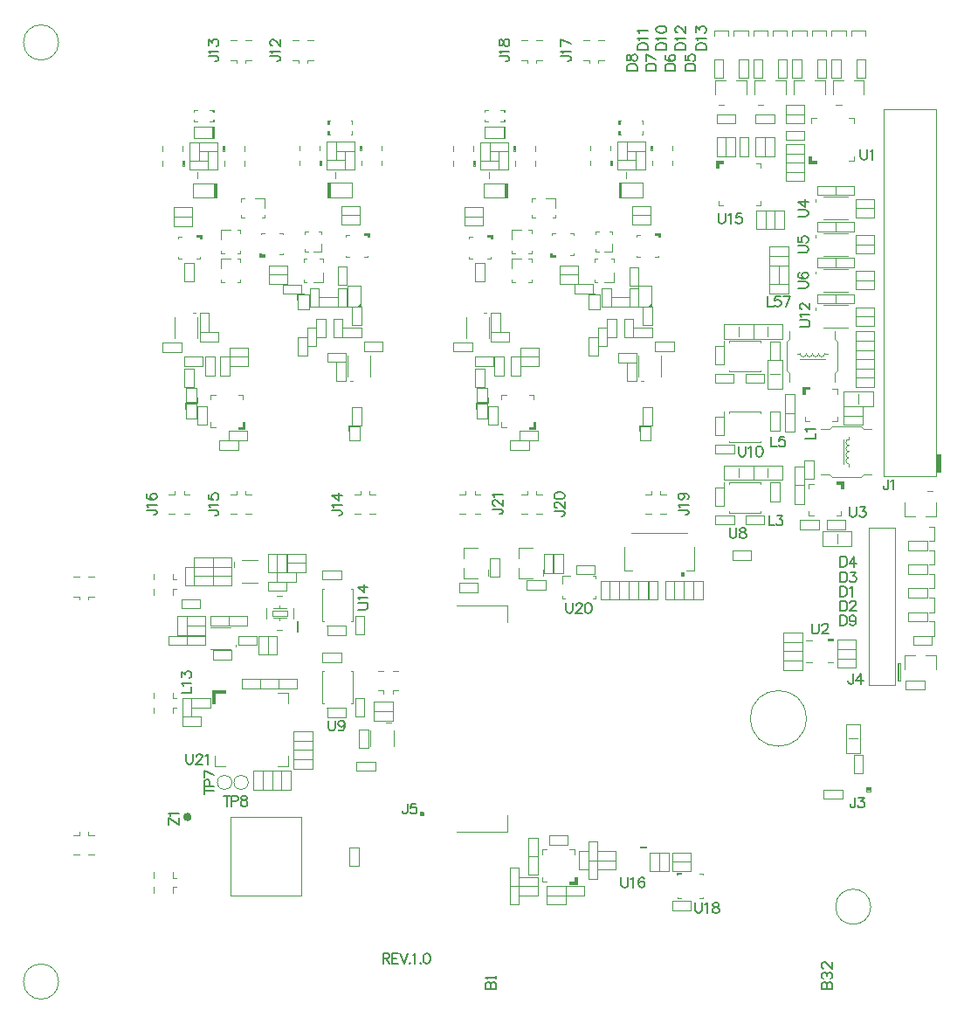
<source format=gto>
G04*
G04 #@! TF.GenerationSoftware,Altium Limited,Altium Designer,20.1.12 (249)*
G04*
G04 Layer_Color=65535*
%FSLAX44Y44*%
%MOMM*%
G71*
G04*
G04 #@! TF.SameCoordinates,E03EE8C2-713A-4ADB-83DA-CE9B457F0B9A*
G04*
G04*
G04 #@! TF.FilePolarity,Positive*
G04*
G01*
G75*
%ADD10C,0.1000*%
%ADD11C,0.4000*%
%ADD12C,0.1500*%
%ADD13R,0.4000X1.7000*%
%ADD14R,0.2000X0.4500*%
%ADD15R,0.3000X0.3000*%
%ADD16R,0.6000X0.1000*%
%ADD17R,0.4000X0.3500*%
%ADD18R,0.5500X0.2000*%
%ADD19R,0.2500X1.7000*%
%ADD20R,0.1500X0.3500*%
%ADD21R,0.2000X1.4000*%
%ADD22R,0.1500X1.1000*%
%ADD23R,0.1500X0.2000*%
%ADD24R,0.1649X0.1995*%
G36*
X2269500Y863000D02*
X2274000Y863000D01*
X2274000Y860500D01*
X2267000D01*
Y867500D01*
X2269500D01*
Y863000D01*
D02*
G37*
G36*
X2184000Y860500D02*
X2179500D01*
Y856000D01*
X2177000D01*
Y863000D01*
X2184000D01*
X2184000Y860500D01*
D02*
G37*
G36*
X2123000Y789000D02*
X2121000D01*
Y790500D01*
X2118000D01*
Y792500D01*
X2123000D01*
Y789000D01*
D02*
G37*
G36*
X1841000D02*
X1839000D01*
Y790500D01*
X1836000D01*
Y792500D01*
X1841000D01*
Y789000D01*
D02*
G37*
G36*
X1960500Y787750D02*
X1958500D01*
Y789250D01*
X1955500D01*
Y791250D01*
X1960500D01*
Y787750D01*
D02*
G37*
G36*
X1678500D02*
X1676500D01*
Y789250D01*
X1673500D01*
Y791250D01*
X1678500D01*
Y787750D01*
D02*
G37*
G36*
X1736000Y772000D02*
X1739000D01*
Y770000D01*
X1734000D01*
Y773500D01*
X1736000D01*
Y772000D01*
D02*
G37*
G36*
X2018000Y771750D02*
X2021000D01*
Y769750D01*
X2016000D01*
Y773250D01*
X2018000D01*
Y771750D01*
D02*
G37*
G36*
X2114000Y721500D02*
X2111000D01*
X2114000Y724500D01*
X2114000Y721500D01*
D02*
G37*
G36*
X1832000Y721500D02*
X1829000D01*
X1832000Y724500D01*
X1832000Y721500D01*
D02*
G37*
G36*
X2268000Y641500D02*
X2263500D01*
Y637000D01*
X2261000D01*
Y644000D01*
X2268000D01*
Y641500D01*
D02*
G37*
G36*
X2002000Y603000D02*
X1995500D01*
Y605000D01*
X2000000D01*
Y609500D01*
X2002000D01*
Y603000D01*
D02*
G37*
G36*
X1720000D02*
X1713500D01*
Y605000D01*
X1718000D01*
Y609500D01*
X1720000D01*
Y603000D01*
D02*
G37*
G36*
X2300500Y545500D02*
X2298000D01*
X2298000Y550000D01*
X2293500D01*
Y552500D01*
X2300500D01*
X2300500Y545500D01*
D02*
G37*
G36*
X1701000Y347000D02*
X1691000D01*
Y337000D01*
X1688500D01*
Y349500D01*
X1701000D01*
Y347000D01*
D02*
G37*
G36*
X2143000Y172000D02*
X2140000D01*
Y171000D01*
X2139000Y171000D01*
Y173000D01*
X2143000D01*
Y172000D01*
D02*
G37*
G36*
X2042000Y162000D02*
X2035000D01*
Y164500D01*
X2039500D01*
Y169000D01*
X2042000D01*
Y162000D01*
D02*
G37*
D10*
X2276500Y676000D02*
G03*
X2282500Y676000I3000J0D01*
G01*
X2270500D02*
G03*
X2276500Y676000I3000J0D01*
G01*
X2258500D02*
G03*
X2264500Y676000I3000J0D01*
G01*
D02*
G03*
X2270500Y676000I3000J0D01*
G01*
X1723500Y260500D02*
G03*
X1723500Y260500I-7000J0D01*
G01*
X1707500D02*
G03*
X1707500Y260500I-7000J0D01*
G01*
X2306000Y575000D02*
G03*
X2306000Y569000I0J-3000D01*
G01*
X2306000Y581000D02*
G03*
X2306000Y575000I0J-3000D01*
G01*
X2306000Y593000D02*
G03*
X2306000Y587000I0J-3000D01*
G01*
X2306000Y587000D02*
G03*
X2306000Y581000I0J-3000D01*
G01*
X2264500Y322500D02*
G03*
X2264500Y322500I-27000J0D01*
G01*
X1539500Y67500D02*
G03*
X1539500Y67500I-17000J0D01*
G01*
Y977500D02*
G03*
X1539500Y977500I-17000J0D01*
G01*
X2327000Y140000D02*
G03*
X2327000Y140000I-17000J0D01*
G01*
X1863500Y346500D02*
Y349500D01*
X1869000D01*
X1849000Y368500D02*
X1854500D01*
X1863500D02*
X1869000D01*
X1854500Y346500D02*
Y349500D01*
X1849000D02*
X1854500D01*
X1934000Y539500D02*
Y542500D01*
X1928500Y539500D02*
X1934000D01*
X1943000Y520500D02*
X1948500D01*
X1928500D02*
X1934000D01*
X1943000Y539500D02*
Y542500D01*
Y539500D02*
X1948500D01*
X1994000D02*
Y542500D01*
X1988500Y539500D02*
X1994000D01*
X2003000Y520500D02*
X2008500D01*
X1988500D02*
X1994000D01*
X2003000Y539500D02*
Y542500D01*
Y539500D02*
X2008500D01*
X2114000D02*
Y542500D01*
X2108500Y539500D02*
X2114000D01*
X2123000Y520500D02*
X2128500D01*
X2108500D02*
X2114000D01*
X2123000Y539500D02*
Y542500D01*
Y539500D02*
X2128500D01*
X2003000Y957500D02*
Y960500D01*
X2008500D01*
X1988500Y979500D02*
X1994000D01*
X2003000D02*
X2008500D01*
X1994000Y957500D02*
Y960500D01*
X1988500D02*
X1994000D01*
X2063000Y957500D02*
Y960500D01*
X2068500D01*
X2048500Y979500D02*
X2054000D01*
X2063000D02*
X2068500D01*
X2054000Y957500D02*
Y960500D01*
X2048500D02*
X2054000D01*
X1652000Y539500D02*
Y542500D01*
X1646500Y539500D02*
X1652000D01*
X1661000Y520500D02*
X1666500D01*
X1646500D02*
X1652000D01*
X1661000Y539500D02*
Y542500D01*
Y539500D02*
X1666500D01*
X1712000D02*
Y542500D01*
X1706500Y539500D02*
X1712000D01*
X1721000Y520500D02*
X1726500D01*
X1706500D02*
X1712000D01*
X1721000Y539500D02*
Y542500D01*
Y539500D02*
X1726500D01*
X1832000D02*
Y542500D01*
X1826500Y539500D02*
X1832000D01*
X1841000Y520500D02*
X1846500D01*
X1826500D02*
X1832000D01*
X1841000Y539500D02*
Y542500D01*
Y539500D02*
X1846500D01*
X1721000Y957500D02*
Y960500D01*
X1726500D01*
X1706500Y979500D02*
X1712000D01*
X1721000D02*
X1726500D01*
X1712000Y957500D02*
Y960500D01*
X1706500D02*
X1712000D01*
X1781000Y957500D02*
Y960500D01*
X1786500D01*
X1766500Y979500D02*
X1772000D01*
X1781000D02*
X1786500D01*
X1772000Y957500D02*
Y960500D01*
X1766500D02*
X1772000D01*
X1650500Y168000D02*
X1653500D01*
X1650500D02*
Y173500D01*
X1631500Y153500D02*
Y159000D01*
Y168000D02*
Y173500D01*
X1650500Y159000D02*
X1653500D01*
X1650500Y153500D02*
Y159000D01*
Y457000D02*
X1653500D01*
X1650500D02*
Y462500D01*
X1631500Y442500D02*
Y448000D01*
Y457000D02*
Y462500D01*
X1650500Y448000D02*
X1653500D01*
X1650500Y442500D02*
Y448000D01*
X1568500Y437500D02*
Y440500D01*
X1574000D01*
X1554000Y459500D02*
X1559500D01*
X1568500D02*
X1574000D01*
X1559500Y437500D02*
Y440500D01*
X1554000D02*
X1559500D01*
Y209500D02*
Y212500D01*
X1554000Y209500D02*
X1559500D01*
X1568500Y190500D02*
X1574000D01*
X1554000D02*
X1559500D01*
X1568500Y209500D02*
Y212500D01*
Y209500D02*
X1574000D01*
X1650500Y342000D02*
X1653500D01*
X1650500D02*
Y347500D01*
X1631500Y327500D02*
Y333000D01*
Y342000D02*
Y347500D01*
X1650500Y333000D02*
X1653500D01*
X1650500Y327500D02*
Y333000D01*
X2143000Y172000D02*
Y173000D01*
X2139000D02*
X2143000D01*
X2139000Y171000D02*
Y173000D01*
Y171000D02*
X2140000Y171000D01*
Y172000D02*
X2143000D01*
X2140000Y171000D02*
Y172000D01*
Y148000D02*
X2143000D01*
X2140000D02*
Y149000D01*
X2161000Y148000D02*
X2164000D01*
Y149000D01*
X2161000Y172000D02*
X2164000D01*
Y171000D02*
Y172000D01*
X1845500Y320500D02*
Y329500D01*
X1863500D01*
X1845500Y320500D02*
X1863500D01*
Y329500D01*
X1846500Y271500D02*
Y280500D01*
X1828500Y271500D02*
X1846500D01*
X1828500Y280500D02*
X1846500D01*
X1828500Y271500D02*
Y280500D01*
X1864250Y295500D02*
Y310500D01*
X1841750Y295500D02*
Y310500D01*
X1857000Y318500D02*
X1862000D01*
X1845500Y329500D02*
Y338500D01*
X1863500D01*
X1845500Y329500D02*
X1863500D01*
Y338500D01*
X1831000Y312000D02*
X1840000D01*
Y294000D02*
Y312000D01*
X1831000Y294000D02*
Y312000D01*
Y294000D02*
X1840000D01*
X2244000Y618500D02*
X2253000D01*
Y600500D02*
Y618500D01*
X2244000Y600500D02*
Y618500D01*
Y600500D02*
X2253000D01*
X1962000Y655000D02*
Y673000D01*
X1971000D01*
Y655000D02*
Y673000D01*
X1962000Y655000D02*
X1971000D01*
X2097000Y692000D02*
Y710000D01*
X2088000Y692000D02*
X2097000D01*
X2088000D02*
Y710000D01*
X2097000D01*
X1682000Y655000D02*
Y673000D01*
X1691000D01*
Y655000D02*
Y673000D01*
X1682000Y655000D02*
X1691000D01*
X1815000Y692000D02*
Y710000D01*
X1806000Y692000D02*
X1815000D01*
X1806000D02*
Y710000D01*
X1815000D01*
X2097000Y701000D02*
X2115000D01*
Y692000D02*
Y701000D01*
X2097000Y692000D02*
X2115000D01*
X2097000D02*
Y701000D01*
X1943500Y664000D02*
X1961500D01*
X1943500D02*
Y673000D01*
X1961500D01*
Y664000D02*
Y673000D01*
X1815000Y701000D02*
X1833000D01*
Y692000D02*
Y701000D01*
X1815000Y692000D02*
X1833000D01*
X1815000D02*
Y701000D01*
X1661500Y664000D02*
X1679500D01*
X1661500D02*
Y673000D01*
X1679500D01*
Y664000D02*
Y673000D01*
X1928000Y445000D02*
Y454000D01*
X1946000D01*
X1928000Y445000D02*
X1946000D01*
Y454000D01*
X2261000Y637000D02*
X2263500D01*
X2261000D02*
Y644000D01*
X2268000D01*
Y641500D02*
Y644000D01*
X2263500Y610500D02*
X2268000D01*
X2263500D02*
Y615000D01*
X2290000Y610500D02*
X2294500D01*
Y615000D01*
X2290000Y641500D02*
X2294500D01*
Y637000D02*
Y641500D01*
X2263500D02*
X2268000D01*
X2263500Y637000D02*
Y641500D01*
X2390200Y557200D02*
Y913000D01*
X2339400Y557200D02*
Y913000D01*
Y557200D02*
X2390200D01*
X2339400Y913000D02*
X2390200D01*
X2394500Y561500D02*
Y578500D01*
X2390500D02*
X2394500D01*
X2390500Y561500D02*
Y578500D01*
Y561500D02*
X2394500D01*
X2258500Y671000D02*
X2282500D01*
X2256000Y676000D02*
X2258500D01*
X2282500D02*
X2285000D01*
X2295000Y659500D02*
Y687500D01*
X2246000Y659500D02*
Y687500D01*
X2292500Y657000D02*
X2295000Y659500D01*
X2292500Y649000D02*
Y657000D01*
Y690000D02*
X2295000Y687500D01*
X2292500Y690000D02*
Y698000D01*
X2246000Y687500D02*
X2248500Y690000D01*
Y698000D01*
X2246000Y659500D02*
X2248500Y657000D01*
Y649000D02*
Y657000D01*
X2229500Y656000D02*
X2238500D01*
X2241000Y642000D02*
Y670000D01*
X2227000Y642000D02*
X2241000D01*
X2227000D02*
Y670000D01*
X2241000D01*
X2301000Y625000D02*
X2319000D01*
Y616000D02*
Y625000D01*
X2301000Y616000D02*
X2319000D01*
X2301000D02*
Y625000D01*
X2315000Y627500D02*
Y636500D01*
X2301000Y639000D02*
X2329000D01*
Y625000D02*
Y639000D01*
X2301000Y625000D02*
X2329000D01*
X2301000D02*
Y639000D01*
X2244000Y618500D02*
X2253000D01*
X2244000D02*
Y636500D01*
X2253000Y618500D02*
Y636500D01*
X2244000D02*
X2253000D01*
X2301000Y616000D02*
X2319000D01*
Y607000D02*
Y616000D01*
X2301000Y607000D02*
X2319000D01*
X2301000D02*
Y616000D01*
X2330500Y817000D02*
Y826000D01*
X2312500Y817000D02*
X2330500D01*
X2312500Y826000D02*
X2330500D01*
X2312500Y817000D02*
Y826000D01*
X2330500Y808000D02*
Y817000D01*
X2312500Y808000D02*
X2330500D01*
X2312500Y817000D02*
X2330500D01*
X2312500Y808000D02*
Y817000D01*
Y661500D02*
Y670500D01*
X2330500D01*
X2312500Y661500D02*
X2330500D01*
Y670500D01*
X2330500Y652500D02*
Y661500D01*
X2312500Y652500D02*
X2330500D01*
X2312500Y661500D02*
X2330500D01*
X2312500Y652500D02*
Y661500D01*
X2330500Y643500D02*
Y652500D01*
X2312500Y643500D02*
X2330500D01*
X2312500Y652500D02*
X2330500D01*
X2312500Y643500D02*
Y652500D01*
X2099500Y854500D02*
Y863500D01*
X2081500D02*
X2099500D01*
X2081500Y854500D02*
Y863500D01*
Y854500D02*
X2099500D01*
X1966500Y854000D02*
X1975500D01*
Y872000D01*
X1966500D02*
X1975500D01*
X1966500Y854000D02*
Y872000D01*
X2016000Y773250D02*
X2018000D01*
X2016000Y769750D02*
Y773250D01*
Y769750D02*
X2021000D01*
Y771750D01*
X2018000D02*
Y773250D01*
Y771750D02*
X2021000D01*
X2039000D02*
Y773250D01*
X2036000Y771750D02*
X2039000D01*
Y791250D02*
Y792750D01*
X2036000D02*
X2039000D01*
X2018000Y791250D02*
Y792750D01*
X2021000D01*
X1922500Y678000D02*
Y687000D01*
X1940500D01*
X1922500Y678000D02*
X1940500D01*
Y687000D01*
X2136000Y678250D02*
Y687250D01*
X2118000Y678250D02*
X2136000D01*
X2118000Y687250D02*
X2136000D01*
X2118000Y678250D02*
Y687250D01*
X2104500Y649250D02*
X2106500D01*
X2102000Y653750D02*
Y673750D01*
X2124000Y653750D02*
Y673750D01*
X1952000Y715750D02*
X1954000D01*
X1956500Y691250D02*
Y711250D01*
X1934500Y691250D02*
Y711250D01*
X1958500Y787750D02*
X1960500D01*
Y791250D01*
X1955500D02*
X1960500D01*
X1955500Y789250D02*
Y791250D01*
X1958500Y787750D02*
Y789250D01*
X1955500D02*
X1958500D01*
X1937500Y787750D02*
Y789250D01*
X1940500D01*
X1937500Y768250D02*
Y769750D01*
Y768250D02*
X1940500D01*
X1958500D02*
Y769750D01*
X1955500Y768250D02*
X1958500D01*
X2121000Y789000D02*
X2123000D01*
Y792500D01*
X2118000D02*
X2123000D01*
X2118000Y790500D02*
Y792500D01*
X2121000Y789000D02*
Y790500D01*
X2118000D02*
X2121000D01*
X2100000Y789000D02*
Y790500D01*
X2103000D01*
X2100000Y769500D02*
Y771000D01*
Y769500D02*
X2103000D01*
X2121000D02*
Y771000D01*
X2118000Y769500D02*
X2121000D01*
X1922500Y858000D02*
Y862500D01*
Y872500D02*
Y877000D01*
X1941500Y872500D02*
Y877000D01*
Y858000D02*
Y862500D01*
Y858000D02*
X1943500D01*
Y862500D01*
X1941500D02*
X1943500D01*
X2134500Y873000D02*
Y877500D01*
Y858500D02*
Y863000D01*
X2115500Y858500D02*
Y863000D01*
Y873000D02*
Y877500D01*
X2113500D02*
X2115500D01*
X2113500Y873000D02*
Y877500D01*
Y873000D02*
X2115500D01*
X2001500Y872500D02*
Y877000D01*
Y858000D02*
Y862500D01*
X1982500Y858000D02*
Y862500D01*
Y872500D02*
Y877000D01*
X1980500D02*
X1982500D01*
X1980500Y872500D02*
Y877000D01*
Y872500D02*
X1982500D01*
X2055500Y858500D02*
Y863000D01*
Y873000D02*
Y877500D01*
X2074500Y873000D02*
Y877500D01*
Y858500D02*
Y863000D01*
Y858500D02*
X2076500D01*
Y863000D01*
X2074500D02*
X2076500D01*
X1958500Y697250D02*
X1967500D01*
X1958500D02*
Y715250D01*
X1967500Y697250D02*
Y715250D01*
X1958500D02*
X1967500D01*
X2091000Y649500D02*
X2100000D01*
X2091000D02*
Y667500D01*
X2100000Y649500D02*
Y667500D01*
X2091000D02*
X2100000D01*
X1658500Y429000D02*
Y438000D01*
X1676500D01*
X1658500Y429000D02*
X1676500D01*
Y438000D01*
X2299500Y244500D02*
Y253500D01*
X2281500Y244500D02*
X2299500D01*
X2281500Y253500D02*
X2299500D01*
X2281500Y244500D02*
Y253500D01*
X1761000Y473000D02*
Y482000D01*
Y473000D02*
X1779000D01*
Y482000D01*
X1761000D02*
X1779000D01*
X1761000Y464000D02*
Y473000D01*
Y464000D02*
X1779000D01*
Y473000D01*
X1761000D02*
X1779000D01*
X1751500Y464000D02*
X1760500D01*
X1751500D02*
Y482000D01*
X1760500Y464000D02*
Y482000D01*
X1751500D02*
X1760500D01*
X1751500Y455000D02*
Y464000D01*
X1769500D01*
X1751500Y455000D02*
X1769500D01*
Y464000D01*
X1742500Y455000D02*
X1760500D01*
Y446000D02*
Y455000D01*
X1742500Y446000D02*
X1760500D01*
X1742500D02*
Y455000D01*
X1717500Y476250D02*
X1732500D01*
X1717500Y453750D02*
X1732500D01*
X1709500Y469000D02*
Y474000D01*
X1761500Y422000D02*
Y427000D01*
X1746500D02*
X1761500D01*
X1746500Y422000D02*
Y427000D01*
Y422000D02*
X1761500D01*
X1747500Y420000D02*
X1760500D01*
X1754000Y417500D02*
Y420000D01*
X1747500Y429000D02*
X1760500D01*
X1754000D02*
Y431500D01*
X1741000Y419500D02*
Y429500D01*
X1767000Y419500D02*
Y429500D01*
X1751500Y441000D02*
X1756500D01*
X1751500Y408000D02*
X1756500D01*
X1771000Y406500D02*
Y417000D01*
Y406500D02*
X1771500D01*
Y417000D01*
X1771000D02*
X1771500D01*
X1751500Y464000D02*
Y482000D01*
X1742500Y464000D02*
X1751500D01*
X1742500D02*
Y482000D01*
X1751500D01*
X1671000Y469500D02*
X1689000D01*
X1671000D02*
Y478500D01*
X1689000D01*
Y469500D02*
Y478500D01*
X1707000Y451500D02*
Y460500D01*
X1689000Y451500D02*
X1707000D01*
X1689000Y460500D02*
X1707000D01*
X1689000Y451500D02*
Y460500D01*
X1707000Y460500D02*
Y469500D01*
X1689000Y460500D02*
X1707000D01*
X1689000Y469500D02*
X1707000D01*
X1689000Y460500D02*
Y469500D01*
Y460500D02*
Y469500D01*
X1671000Y460500D02*
X1689000D01*
X1671000Y469500D02*
X1689000D01*
X1671000Y460500D02*
Y469500D01*
X1689000Y451500D02*
Y460500D01*
X1671000Y451500D02*
X1689000D01*
X1671000Y460500D02*
X1689000D01*
X1671000Y451500D02*
Y460500D01*
X2088500Y465500D02*
Y488500D01*
Y465500D02*
X2096000D01*
X2095000Y502000D02*
X2149000D01*
X2155500Y465500D02*
Y488500D01*
X2148000Y465500D02*
X2155500D01*
X2143000Y460500D02*
Y463500D01*
X2144500Y460500D02*
X2146000D01*
X2143000Y463500D02*
X2146000D01*
Y460500D02*
Y463500D01*
X2143000Y460500D02*
X2146000D01*
X2143000D02*
X2144500D01*
X2305500Y303000D02*
X2314500D01*
X2303000Y289000D02*
Y317000D01*
X2317000D01*
Y289000D02*
Y317000D01*
X2303000Y289000D02*
X2317000D01*
X1956000Y460750D02*
Y466250D01*
X1932000Y478000D02*
Y488000D01*
X1945500D01*
X1932000Y458000D02*
Y468000D01*
Y458000D02*
X1945500D01*
X1640500Y677750D02*
Y686750D01*
X1658500D01*
X1640500Y677750D02*
X1658500D01*
Y686750D01*
X1809000Y667750D02*
X1818000D01*
Y649750D02*
Y667750D01*
X1809000Y649750D02*
Y667750D01*
Y649750D02*
X1818000D01*
X1854000Y678250D02*
Y687250D01*
X1836000Y678250D02*
X1854000D01*
X1836000Y687250D02*
X1854000D01*
X1836000Y678250D02*
Y687250D01*
X1822500Y649250D02*
X1824500D01*
X1820000Y653750D02*
Y673750D01*
X1842000Y653750D02*
Y673750D01*
X1670000Y715750D02*
X1672000D01*
X1674500Y691250D02*
Y711250D01*
X1652500Y691250D02*
Y711250D01*
X1686500Y390000D02*
X1706500D01*
X1711000Y392000D02*
Y394000D01*
X1686500Y411000D02*
X1706500D01*
X2229500Y533000D02*
X2238500Y533000D01*
X2238500Y551000D02*
X2238500Y533000D01*
X2229500Y551000D02*
X2238500D01*
X2229500Y533000D02*
Y551000D01*
X2229500Y601500D02*
X2238500D01*
Y619500D01*
X2229500Y619500D02*
X2238500Y619500D01*
X2229500Y619500D02*
X2229500Y601500D01*
X2220500Y523000D02*
X2220500Y521500D01*
X2189500D02*
X2220500D01*
X2189500D02*
Y523000D01*
X2220500Y551500D02*
X2220500Y550000D01*
X2189500Y551500D02*
X2220500Y551500D01*
X2189500Y550000D02*
Y551500D01*
X2185000Y545000D02*
Y551500D01*
X2220500Y590000D02*
Y591500D01*
X2189500Y590000D02*
X2220500D01*
X2189500D02*
Y591500D01*
X2220500Y618500D02*
Y620000D01*
X2189500D02*
X2220500D01*
X2189500Y618500D02*
Y620000D01*
X2185000Y613500D02*
Y620000D01*
X2028000Y453500D02*
Y461000D01*
X2035500D01*
X2028000Y439000D02*
X2030500D01*
X2028000D02*
Y441500D01*
X2057500Y439000D02*
X2060000D01*
Y441500D01*
X2057500Y461000D02*
X2060000D01*
Y458500D02*
Y461000D01*
X1823500Y448000D02*
X1825000D01*
Y417000D02*
Y448000D01*
X1823500Y417000D02*
X1825000D01*
X1795000Y448000D02*
X1796500D01*
X1795000Y417000D02*
Y448000D01*
Y417000D02*
X1796500D01*
X1799000Y412500D02*
X1801500D01*
X1823500Y368000D02*
X1825000D01*
Y337000D02*
Y368000D01*
X1823500Y337000D02*
X1825000D01*
X1795000Y368000D02*
X1796500D01*
X1795000Y337000D02*
Y368000D01*
Y337000D02*
X1796500D01*
X1799000Y332500D02*
X1801500D01*
X1767500Y292000D02*
X1785500D01*
Y283000D02*
Y292000D01*
X1767500Y283000D02*
X1785500D01*
X1767500D02*
Y292000D01*
X1746500Y271500D02*
X1746500Y253500D01*
X1746500Y271500D02*
X1755500Y271500D01*
X1755500Y253500D02*
X1755500Y271500D01*
X1746500Y253500D02*
X1755500D01*
X1728500D02*
X1737500D01*
X1737500Y271500D01*
X1728500Y271500D02*
X1737500Y271500D01*
X1728500Y271500D02*
X1728500Y253500D01*
X1659500Y324000D02*
X1668500D01*
X1668500Y342000D02*
X1668500Y324000D01*
X1659500Y342000D02*
X1668500D01*
X1659500Y324000D02*
X1659500Y342000D01*
X1752000Y276000D02*
X1762000D01*
Y286000D01*
Y337000D02*
Y347000D01*
X1752000D02*
X1762000D01*
X1691000D02*
X1701000D01*
X1691000Y337000D02*
Y347000D01*
Y276000D02*
Y286000D01*
Y276000D02*
X1701000D01*
X1688500Y337000D02*
X1691000D01*
X1688500D02*
Y349500D01*
X1701000D01*
Y347000D02*
Y349500D01*
X1706200Y227100D02*
X1774800Y227100D01*
X1706200Y150900D02*
Y227100D01*
Y150900D02*
X1774800D01*
Y227100D01*
X1890000Y228500D02*
X1893000D01*
X1890000D02*
Y231500D01*
X1893000D01*
Y228500D02*
Y231500D01*
X1925500Y432000D02*
X1974500D01*
Y416000D02*
Y432000D01*
Y213000D02*
Y229000D01*
X1925500Y213000D02*
X1974500D01*
X1995000Y189000D02*
X2004000D01*
X2004000Y207000D01*
X1995000Y207000D02*
X2004000Y207000D01*
X1995000Y189000D02*
Y207000D01*
X2039500Y164500D02*
Y169000D01*
X2035000Y164500D02*
X2039500D01*
X2008500D02*
Y169000D01*
Y164500D02*
X2013000D01*
X2008500Y191000D02*
Y195500D01*
X2013000Y195500D01*
X2039500Y191000D02*
X2039500Y195500D01*
X2035000D02*
X2039500D01*
X2035000Y162000D02*
Y164500D01*
Y162000D02*
X2042000D01*
Y169000D01*
X2039500D02*
X2042000D01*
X2103500Y197500D02*
X2103500Y198500D01*
X2109500Y197500D02*
X2109500Y198500D01*
X2103500Y197500D02*
X2109500Y197500D01*
X2103500Y198500D02*
X2109500Y198500D01*
X2122000Y192500D02*
X2131000Y192500D01*
X2122000Y174500D02*
Y192500D01*
Y174500D02*
X2131000Y174500D01*
X2131000Y192500D02*
X2131000Y174500D01*
X2134500Y183500D02*
X2152500D01*
X2134500D02*
Y192500D01*
X2152500D01*
Y183500D02*
Y192500D01*
X2323000Y252000D02*
Y255500D01*
Y252000D02*
X2327000D01*
X2323000Y255500D02*
X2327000D01*
Y252000D02*
Y255500D01*
X2389000Y402500D02*
Y416500D01*
X2384000D02*
X2389000D01*
X2384000Y402500D02*
X2389000D01*
X2384000Y425500D02*
X2389000D01*
X2384000Y439500D02*
X2389000D01*
Y425500D02*
Y439500D01*
X2389000Y448500D02*
Y462500D01*
X2384000D02*
X2389000D01*
X2384000Y448500D02*
X2389000D01*
X2384000Y471500D02*
X2389000D01*
X2384000Y485500D02*
X2389000D01*
X2389000Y471500D02*
X2389000Y485500D01*
X2384000Y494500D02*
X2389000D01*
X2384000Y508500D02*
X2389000D01*
Y494500D02*
Y508500D01*
X2285000Y377000D02*
X2290500D01*
X2285000Y398000D02*
X2290500D01*
X2264500D02*
X2270000D01*
X2264500Y377000D02*
X2270000D01*
X2285000Y398000D02*
Y400000D01*
X2290500Y400000D01*
Y398000D02*
Y400000D01*
X2324800Y507300D02*
X2350200D01*
X2325000Y354700D02*
X2350200D01*
Y507300D01*
X2324800Y354700D02*
Y507300D01*
X2355500Y359000D02*
Y376000D01*
X2353000D02*
X2355500D01*
X2353000Y359000D02*
Y376000D01*
Y359000D02*
X2355500D01*
X2293500Y550000D02*
X2298000D01*
X2298000Y545500D01*
X2293500Y519000D02*
X2298000Y519000D01*
Y523500D01*
X2267000Y519000D02*
X2271500D01*
X2267000D02*
X2267000Y523500D01*
X2267000Y550000D02*
X2271500D01*
X2267000D02*
X2267000Y545500D01*
X2298000D02*
X2300500D01*
X2300500Y552500D02*
X2300500Y545500D01*
X2293500Y552500D02*
X2300500D01*
X2293500Y550000D02*
Y552500D01*
X2301000Y569000D02*
Y593000D01*
X2306000Y595500D02*
X2306000Y593000D01*
Y566500D02*
Y569000D01*
X2289500Y556500D02*
X2317500Y556500D01*
X2289500Y605500D02*
X2317500D01*
X2287000Y559000D02*
X2289500Y556500D01*
X2279000Y559000D02*
X2287000D01*
X2317500Y556500D02*
X2320000Y559000D01*
X2328000D01*
X2317500Y605500D02*
X2320000Y603000D01*
X2328000D01*
X2287000D02*
X2289500Y605500D01*
X2279000Y603000D02*
X2287000D01*
X2273500Y718500D02*
Y720500D01*
X2281000Y701000D02*
X2305000D01*
X2281000Y723000D02*
X2305000D01*
X2185000Y682000D02*
Y688500D01*
X2189500Y687000D02*
Y688500D01*
X2220500D01*
Y687000D02*
Y688500D01*
X2189500Y658500D02*
Y660000D01*
Y658500D02*
X2220500D01*
Y660000D01*
X2229500Y670000D02*
Y688000D01*
X2238500Y688000D01*
Y670000D02*
Y688000D01*
X2229500Y670000D02*
X2238500D01*
X2229000Y734500D02*
Y743500D01*
Y734500D02*
X2247000D01*
Y743500D01*
X2229000D02*
X2247000D01*
X2216000Y860500D02*
X2220500D01*
Y856000D02*
Y860500D01*
X2216000Y819500D02*
X2220500D01*
Y824000D01*
X2184000Y863000D02*
X2184000Y860500D01*
X2177000Y863000D02*
X2184000D01*
X2177000Y856000D02*
Y863000D01*
Y856000D02*
X2179500D01*
Y819500D02*
X2184000D01*
X2179500D02*
Y824000D01*
Y860500D02*
X2184000D01*
X2179500Y856000D02*
Y860500D01*
X2269500Y899500D02*
Y904000D01*
X2274000D01*
X2310500Y899500D02*
Y904000D01*
X2306000D02*
X2310500D01*
X2267000Y867500D02*
X2269500D01*
X2267000Y860500D02*
Y867500D01*
Y860500D02*
X2274000D01*
X2274000Y863000D02*
X2274000Y860500D01*
X2310500Y863000D02*
Y867500D01*
X2306000Y863000D02*
X2310500Y863000D01*
X2269500D02*
Y867500D01*
Y863000D02*
X2274000Y863000D01*
X2177500Y885500D02*
X2186500D01*
Y867500D02*
Y885500D01*
X2177500Y867500D02*
Y885500D01*
Y867500D02*
X2186500D01*
X2308000Y989000D02*
X2322000D01*
X2308000Y984000D02*
Y989000D01*
X2322000Y984000D02*
Y989000D01*
X2289000D02*
X2303000D01*
X2289000Y984000D02*
Y989000D01*
X2303000Y984000D02*
Y989000D01*
X2270000D02*
X2284000D01*
X2270000Y984000D02*
Y989000D01*
X2284000Y984000D02*
Y989000D01*
X2251000D02*
X2265000D01*
X2251000Y984000D02*
Y989000D01*
X2265000Y984000D02*
Y989000D01*
X2232000D02*
X2246000D01*
X2232000Y984000D02*
Y989000D01*
X2246000Y984000D02*
Y989000D01*
X2213000Y989000D02*
X2227000D01*
X2213000Y984000D02*
Y989000D01*
X2227000Y984000D02*
Y989000D01*
X2194000Y989000D02*
X2208000D01*
X2194000Y984000D02*
Y989000D01*
X2208000Y984000D02*
Y989000D01*
X2189000Y984000D02*
Y989000D01*
X2175000Y984000D02*
Y989000D01*
X2189000D01*
X2229000Y761500D02*
X2238000D01*
Y743500D02*
Y761500D01*
X2229000Y743500D02*
Y761500D01*
Y743500D02*
X2238000D01*
X2238000D02*
Y761500D01*
X2247000D01*
Y743500D02*
Y761500D01*
X2238000Y743500D02*
X2247000D01*
X2247000Y761500D02*
Y770500D01*
X2229000Y761500D02*
X2247000D01*
X2229000Y770500D02*
X2247000D01*
X2229000Y761500D02*
Y770500D01*
Y779500D02*
X2247000D01*
Y770500D02*
Y779500D01*
X2229000Y770500D02*
X2247000D01*
X2229000D02*
Y779500D01*
X1743500Y752500D02*
X1761500D01*
X1743500D02*
Y761500D01*
X1761500D01*
Y752500D02*
Y761500D01*
X1813500Y801000D02*
Y810000D01*
Y801000D02*
X1831500D01*
Y810000D01*
X1813500D02*
X1831500D01*
X1651000Y799750D02*
Y808750D01*
Y799750D02*
X1669000D01*
Y808750D01*
X1651000D02*
X1669000D01*
X1799500Y881500D02*
X1808500D01*
X1799500Y863500D02*
Y881500D01*
Y863500D02*
X1808500D01*
Y881500D01*
X1684500Y854000D02*
X1693500D01*
Y872000D01*
X1684500D02*
X1693500D01*
X1684500Y854000D02*
Y872000D01*
X1817500Y854500D02*
X1826500D01*
Y872500D01*
X1817500D02*
X1826500D01*
X1817500Y854500D02*
Y872500D01*
X1670500Y745750D02*
Y763750D01*
X1661500Y745750D02*
X1670500D01*
X1661500D02*
Y763750D01*
X1670500D01*
X1666500Y881000D02*
X1675500D01*
X1666500Y863000D02*
Y881000D01*
Y863000D02*
X1675500D01*
Y881000D01*
X1705000Y673000D02*
X1723000D01*
X1705000D02*
Y682000D01*
X1723000D01*
Y673000D02*
Y682000D01*
X1705000Y655000D02*
Y673000D01*
X1696000Y655000D02*
X1705000D01*
X1696000D02*
Y673000D01*
X1705000D01*
X1676500Y688000D02*
X1694500D01*
X1676500D02*
Y697000D01*
X1694500D01*
Y688000D02*
Y697000D01*
X1670500Y643500D02*
Y661500D01*
X1661500Y643500D02*
X1670500D01*
X1661500D02*
Y661500D01*
X1670500D01*
X1833000Y703500D02*
Y721500D01*
X1824000Y703500D02*
X1833000D01*
X1824000D02*
Y721500D01*
X1833000D01*
X1800000Y677000D02*
X1818000D01*
Y668000D02*
Y677000D01*
X1800000Y668000D02*
X1818000D01*
X1800000D02*
Y677000D01*
X1789500Y692000D02*
Y710000D01*
X1798500D01*
Y692000D02*
Y710000D01*
X1789500Y692000D02*
X1798500D01*
X1780500Y674000D02*
Y692000D01*
X1771500Y674000D02*
X1780500D01*
X1771500D02*
Y692000D01*
X1780500D01*
X1704500Y601000D02*
X1722500D01*
Y592000D02*
Y601000D01*
X1704500Y592000D02*
X1722500D01*
X1704500D02*
Y601000D01*
X1833000Y606500D02*
Y624500D01*
X1824000Y606500D02*
X1833000D01*
X1824000D02*
Y624500D01*
X1833000D01*
X1761500Y743500D02*
Y752500D01*
X1743500D02*
X1761500D01*
X1743500Y743500D02*
Y752500D01*
Y743500D02*
X1761500D01*
X1813500Y819000D02*
X1831500D01*
Y810000D02*
Y819000D01*
X1813500Y810000D02*
X1831500D01*
X1813500D02*
Y819000D01*
X1651000Y817750D02*
X1669000D01*
Y808750D02*
Y817750D01*
X1651000Y808750D02*
X1669000D01*
X1651000D02*
Y817750D01*
X1808500Y872500D02*
X1826500D01*
X1808500D02*
Y881500D01*
X1826500D01*
Y872500D02*
Y881500D01*
X1666500Y863000D02*
X1684500D01*
Y854000D02*
Y863000D01*
X1666500Y854000D02*
X1684500D01*
X1666500D02*
Y863000D01*
X1799500Y854500D02*
X1817500D01*
X1799500D02*
Y863500D01*
X1817500D01*
Y854500D02*
Y863500D01*
X1675500Y881000D02*
X1693500D01*
Y872000D02*
Y881000D01*
X1675500Y872000D02*
X1693500D01*
X1675500D02*
Y881000D01*
X1705000Y664000D02*
Y673000D01*
Y664000D02*
X1723000D01*
Y673000D01*
X1705000D02*
X1723000D01*
X1780500Y701000D02*
X1789500D01*
X1780500Y683000D02*
Y701000D01*
Y683000D02*
X1789500D01*
Y701000D01*
X1695500Y583000D02*
Y592000D01*
Y583000D02*
X1713500D01*
Y592000D01*
X1695500D02*
X1713500D01*
X1958000Y477500D02*
X1967000D01*
Y459500D02*
Y477500D01*
X1958000Y459500D02*
Y477500D01*
Y459500D02*
X1967000D01*
X1810000Y739500D02*
X1819000D01*
Y721500D02*
Y739500D01*
X1810000Y721500D02*
Y739500D01*
Y721500D02*
X1819000D01*
X1783000Y739500D02*
X1792000D01*
Y721500D02*
Y739500D01*
X1783000Y721500D02*
Y739500D01*
Y721500D02*
X1792000D01*
Y721500D02*
Y730500D01*
X1810000D01*
X1792000Y721500D02*
X1810000D01*
Y730500D01*
X1757000Y734000D02*
Y743000D01*
X1775000D01*
X1757000Y734000D02*
X1775000D01*
Y743000D01*
X1674000Y607000D02*
X1683000D01*
X1674000D02*
Y625000D01*
X1683000Y607000D02*
Y625000D01*
X1674000D02*
X1683000D01*
X1676500Y697250D02*
X1685500D01*
X1676500D02*
Y715250D01*
X1685500Y697250D02*
Y715250D01*
X1676500D02*
X1685500D01*
X1810250Y742250D02*
X1819250D01*
X1810250D02*
Y760250D01*
X1819250Y742250D02*
Y760250D01*
X1810250D02*
X1819250D01*
X1734000Y773500D02*
X1736000D01*
X1734000Y770000D02*
Y773500D01*
Y770000D02*
X1739000D01*
Y772000D01*
X1736000D02*
Y773500D01*
Y772000D02*
X1739000D01*
X1757000D02*
Y773500D01*
X1754000Y772000D02*
X1757000D01*
Y791500D02*
Y793000D01*
X1754000D02*
X1757000D01*
X1736000Y791500D02*
Y793000D01*
X1739000D01*
X1839000Y789000D02*
X1841000D01*
Y792500D01*
X1836000D02*
X1841000D01*
X1836000Y790500D02*
Y792500D01*
X1839000Y789000D02*
Y790500D01*
X1836000D02*
X1839000D01*
X1818000Y789000D02*
Y790500D01*
X1821000D01*
X1818000Y769500D02*
Y771000D01*
Y769500D02*
X1821000D01*
X1839000D02*
Y771000D01*
X1836000Y769500D02*
X1839000D01*
X1676500Y787750D02*
X1678500D01*
Y791250D01*
X1673500D02*
X1678500D01*
X1673500Y789250D02*
Y791250D01*
X1676500Y787750D02*
Y789250D01*
X1673500D02*
X1676500D01*
X1655500Y787750D02*
Y789250D01*
X1658500D01*
X1655500Y768250D02*
Y769750D01*
Y768250D02*
X1658500D01*
X1676500D02*
Y769750D01*
X1673500Y768250D02*
X1676500D01*
X1792500Y863000D02*
X1794500D01*
Y858500D02*
Y863000D01*
X1792500Y858500D02*
X1794500D01*
X1792500D02*
Y863000D01*
Y873000D02*
Y877500D01*
X1773500Y873000D02*
Y877500D01*
Y858500D02*
Y863000D01*
X1698500Y872500D02*
X1700500D01*
X1698500D02*
Y877000D01*
X1700500D01*
Y872500D02*
Y877000D01*
Y858000D02*
Y862500D01*
X1719500Y858000D02*
Y862500D01*
Y872500D02*
Y877000D01*
X1831500Y873000D02*
X1833500D01*
X1831500D02*
Y877500D01*
X1833500D01*
Y873000D02*
Y877500D01*
Y858500D02*
Y863000D01*
X1852500Y858500D02*
Y863000D01*
Y873000D02*
Y877500D01*
X1659500Y862500D02*
X1661500D01*
Y858000D02*
Y862500D01*
X1659500Y858000D02*
X1661500D01*
X1659500D02*
Y862500D01*
Y872500D02*
Y877000D01*
X1640500Y872500D02*
Y877000D01*
Y858000D02*
Y862500D01*
X1782250Y718750D02*
Y733250D01*
X1771750Y718750D02*
X1782250D01*
X1771750D02*
Y733250D01*
X1782250D01*
X1771000Y734000D02*
X1777000D01*
X1771000Y728000D02*
Y734000D01*
X1777000Y733500D02*
Y734000D01*
X1771000Y728000D02*
X1771750D01*
X1718000Y631500D02*
Y636000D01*
X1713500D02*
X1718000D01*
X1687000Y631500D02*
Y636000D01*
X1691500D01*
X1718000Y605000D02*
Y609500D01*
X1713500Y605000D02*
X1718000D01*
X1687000D02*
Y609500D01*
Y605000D02*
X1691500D01*
X1713500Y603000D02*
Y605000D01*
Y603000D02*
X1720000D01*
Y609500D01*
X1718000D02*
X1720000D01*
X1673250Y613250D02*
Y627750D01*
X1662750Y613250D02*
X1673250D01*
X1662750D02*
Y627750D01*
X1673250D01*
X1662000Y628500D02*
X1668000D01*
X1662000Y622500D02*
Y628500D01*
X1668000Y628000D02*
Y628500D01*
X1662000Y622500D02*
X1662750D01*
X1777000Y745000D02*
Y748000D01*
X1786500Y745000D02*
X1796000D01*
X1777000D02*
X1780000D01*
X1777000Y768000D02*
X1780000D01*
X1777000Y765000D02*
Y768000D01*
X1793000D02*
X1796000D01*
Y765000D02*
Y768000D01*
Y745000D02*
Y754500D01*
X1794500Y774500D02*
Y782500D01*
X1786500Y774500D02*
X1794500D01*
Y791500D02*
Y794500D01*
X1791500D02*
X1794500D01*
X1778500Y791500D02*
Y794500D01*
X1781500D01*
X1778500Y774500D02*
X1781500D01*
X1778500D02*
Y777500D01*
X1697000Y758500D02*
Y768000D01*
Y745000D02*
Y748000D01*
Y745000D02*
X1700000D01*
X1716000D02*
Y748000D01*
X1713000Y745000D02*
X1716000D01*
X1713000Y768000D02*
X1716000D01*
X1697000D02*
X1706500D01*
X1716000Y765000D02*
Y768000D01*
Y793000D02*
Y796000D01*
X1697000D02*
X1706500D01*
X1713000D02*
X1716000D01*
X1713000Y773000D02*
X1716000D01*
Y776000D01*
X1697000Y773000D02*
X1700000D01*
X1697000D02*
Y776000D01*
Y786500D02*
Y796000D01*
X1736500Y807500D02*
X1739500D01*
Y817000D02*
Y826500D01*
Y807500D02*
Y810500D01*
X1716500Y807500D02*
Y810500D01*
Y807500D02*
X1719500D01*
X1716500Y823500D02*
Y826500D01*
X1719500D01*
X1730000D02*
X1739500D01*
X1800500Y898500D02*
X1802000D01*
X1800500D02*
Y902000D01*
X1802000D01*
X1800500Y888000D02*
X1802000D01*
X1800500D02*
Y891500D01*
X1802000D01*
Y902000D02*
X1803000D01*
X1802000Y898500D02*
Y902000D01*
Y888000D02*
X1803000D01*
X1802000D02*
Y891500D01*
X1823000Y888000D02*
X1824000D01*
Y891500D01*
X1823000Y902000D02*
X1824000D01*
Y898500D02*
Y902000D01*
X1800625Y827500D02*
X1802625D01*
X1800625D02*
Y841500D01*
X1802625D01*
Y827500D02*
Y841500D01*
Y827500D02*
X1823625D01*
X1802625Y841500D02*
X1823625D01*
Y827500D02*
Y841500D01*
X1807500Y846000D02*
Y852000D01*
X1674500Y846000D02*
Y852000D01*
X1690500Y841000D02*
X1692500D01*
Y827000D02*
Y841000D01*
X1690500Y827000D02*
X1692500D01*
X1690500D02*
Y841000D01*
X1669500D02*
X1690500D01*
X1669500Y827000D02*
X1690500D01*
X1669500D02*
Y841000D01*
X1689000Y884500D02*
X1690500D01*
Y895500D01*
X1689000D02*
X1690500D01*
X1689000Y884500D02*
Y895500D01*
X1670500D02*
X1689000D01*
X1670500Y884500D02*
X1689000D01*
X1670500D02*
Y895500D01*
X1689000Y910000D02*
X1690500D01*
X1689000Y903000D02*
X1690500D01*
X1689000Y910000D02*
Y912000D01*
X1690500Y910000D02*
Y912000D01*
X1689000Y901000D02*
Y903000D01*
X1690500Y901000D02*
Y903000D01*
X1670500Y901000D02*
X1674000D01*
X1686000D02*
X1689000D01*
X1686000Y912000D02*
X1689000D01*
X1670500D02*
X1674000D01*
X1670500Y910000D02*
Y912000D01*
Y901000D02*
Y903000D01*
X1689000Y901000D02*
X1690500D01*
X1689000Y912000D02*
X1690500D01*
X1669000Y628500D02*
Y629250D01*
X1673250Y633500D02*
X1674000D01*
Y628500D02*
Y633500D01*
X1669000Y628500D02*
X1674000D01*
X1662750Y629250D02*
X1673250D01*
Y642750D01*
X1662750D02*
X1673250D01*
X1662750Y629250D02*
Y642750D01*
X1825500Y605750D02*
Y606500D01*
X1820500Y601500D02*
X1821250D01*
X1820500D02*
Y606500D01*
X1825500D01*
X1821250Y605750D02*
X1831750D01*
X1821250Y592250D02*
Y605750D01*
Y592250D02*
X1831750D01*
Y605750D01*
X1820000Y721500D02*
Y741500D01*
Y721500D02*
X1832000D01*
X1820000Y741500D02*
X1832000D01*
Y721500D02*
Y741500D01*
X1829000Y721500D02*
X1832000Y724500D01*
X1944750Y629250D02*
Y642750D01*
X1955250D01*
Y629250D02*
Y642750D01*
X1944750Y629250D02*
X1955250D01*
X1951000Y628500D02*
X1956000D01*
Y633500D01*
X1955250D02*
X1956000D01*
X1951000Y628500D02*
Y629250D01*
X1971000Y910000D02*
X1972500D01*
X1971000Y903000D02*
X1972500D01*
X1971000Y910000D02*
Y912000D01*
X1972500Y910000D02*
Y912000D01*
X1971000Y901000D02*
Y903000D01*
X1972500Y901000D02*
Y903000D01*
X1952500Y901000D02*
X1956000D01*
X1968000D02*
X1971000D01*
X1968000Y912000D02*
X1971000D01*
X1952500D02*
X1956000D01*
X1952500Y910000D02*
Y912000D01*
Y901000D02*
Y903000D01*
X1971000Y901000D02*
X1972500D01*
X1971000Y912000D02*
X1972500D01*
X1971000Y884500D02*
X1972500D01*
Y895500D01*
X1971000D02*
X1972500D01*
X1971000Y884500D02*
Y895500D01*
X1952500D02*
X1971000D01*
X1952500Y884500D02*
X1971000D01*
X1952500D02*
Y895500D01*
X1957500Y881000D02*
X1975500D01*
Y872000D02*
Y881000D01*
X1957500Y872000D02*
X1975500D01*
X1957500D02*
Y881000D01*
X1948500Y863000D02*
X1966500D01*
Y854000D02*
Y863000D01*
X1948500Y854000D02*
X1966500D01*
X1948500D02*
Y863000D01*
X1972500Y841000D02*
X1974500D01*
Y827000D02*
Y841000D01*
X1972500Y827000D02*
X1974500D01*
X1972500D02*
Y841000D01*
X1951500D02*
X1972500D01*
X1951500Y827000D02*
X1972500D01*
X1951500D02*
Y841000D01*
X1957500Y863000D02*
Y881000D01*
X1948500Y863000D02*
X1957500D01*
X1948500D02*
Y881000D01*
X1957500D01*
X1956000Y607000D02*
X1965000D01*
X1956000D02*
Y625000D01*
X1965000Y607000D02*
Y625000D01*
X1956000D02*
X1965000D01*
X2000000Y631500D02*
Y636000D01*
X1995500D02*
X2000000D01*
X1969000Y631500D02*
Y636000D01*
X1973500D01*
X2000000Y605000D02*
Y609500D01*
X1995500Y605000D02*
X2000000D01*
X1969000D02*
Y609500D01*
Y605000D02*
X1973500D01*
X1995500Y603000D02*
Y605000D01*
Y603000D02*
X2002000D01*
Y609500D01*
X2000000D02*
X2002000D01*
X1956500Y846000D02*
Y852000D01*
X1977500Y592000D02*
X1995500D01*
Y583000D02*
Y592000D01*
X1977500Y583000D02*
X1995500D01*
X1977500D02*
Y592000D01*
X1986500Y601000D02*
X2004500D01*
Y592000D02*
Y601000D01*
X1986500Y592000D02*
X2004500D01*
X1986500D02*
Y601000D01*
X1955250Y613250D02*
Y627750D01*
X1944750Y613250D02*
X1955250D01*
X1944750D02*
Y627750D01*
X1955250D01*
X1944000Y628500D02*
X1950000D01*
X1944000Y622500D02*
Y628500D01*
X1950000Y628000D02*
Y628500D01*
X1944000Y622500D02*
X1944750D01*
X1952500Y643500D02*
Y661500D01*
X1943500Y643500D02*
X1952500D01*
X1943500D02*
Y661500D01*
X1952500D01*
X1952500Y745750D02*
Y763750D01*
X1943500Y745750D02*
X1952500D01*
X1943500D02*
Y763750D01*
X1952500D01*
X1987000Y673000D02*
X2005000D01*
Y664000D02*
Y673000D01*
X1987000Y664000D02*
X2005000D01*
X1987000D02*
Y673000D01*
X1958500Y688000D02*
X1976500D01*
X1958500D02*
Y697000D01*
X1976500D01*
Y688000D02*
Y697000D01*
X1987000Y655000D02*
Y673000D01*
X1978000Y655000D02*
X1987000D01*
X1978000D02*
Y673000D01*
X1987000D01*
X2005000D01*
X1987000D02*
Y682000D01*
X2005000D01*
Y673000D02*
Y682000D01*
X2082625Y827500D02*
X2084625D01*
X2082625D02*
Y841500D01*
X2084625D01*
Y827500D02*
Y841500D01*
Y827500D02*
X2105625D01*
X2084625Y841500D02*
X2105625D01*
Y827500D02*
Y841500D01*
X2064250Y718750D02*
Y733250D01*
X2053750Y718750D02*
X2064250D01*
X2053750D02*
Y733250D01*
X2064250D01*
X2053000Y734000D02*
X2059000D01*
X2053000Y728000D02*
Y734000D01*
X2059000Y733500D02*
Y734000D01*
X2053000Y728000D02*
X2053750D01*
X2057500Y734500D02*
Y743500D01*
X2039500Y734500D02*
X2057500D01*
X2039500Y743500D02*
X2057500D01*
X2039500Y734500D02*
Y743500D01*
X2089500Y846000D02*
Y852000D01*
X2066000Y739500D02*
X2075000D01*
Y721500D02*
Y739500D01*
X2066000Y721500D02*
Y739500D01*
Y721500D02*
X2075000D01*
Y721500D02*
Y730500D01*
X2093000D01*
X2075000Y721500D02*
X2093000D01*
Y730500D01*
X2093000Y739500D02*
X2102000D01*
Y721500D02*
Y739500D01*
X2093000Y721500D02*
Y739500D01*
Y721500D02*
X2102000D01*
X2093000Y742000D02*
X2102000D01*
X2093000D02*
Y760000D01*
X2102000Y742000D02*
Y760000D01*
X2093000D02*
X2102000D01*
X2111000Y721500D02*
X2114000Y724500D01*
Y721500D02*
Y741500D01*
X2102000D02*
X2114000D01*
X2102000Y721500D02*
X2114000D01*
X2102000D02*
Y741500D01*
X2113750Y592250D02*
Y605750D01*
X2103250Y592250D02*
X2113750D01*
X2103250D02*
Y605750D01*
X2113750D01*
X2102500Y606500D02*
X2107500D01*
X2102500Y601500D02*
Y606500D01*
Y601500D02*
X2103250D01*
X2107500Y605750D02*
Y606500D01*
X2106000Y898500D02*
Y902000D01*
X2105000D02*
X2106000D01*
Y888000D02*
Y891500D01*
X2105000Y888000D02*
X2106000D01*
X2084000D02*
Y891500D01*
Y888000D02*
X2085000D01*
X2084000Y898500D02*
Y902000D01*
X2085000D01*
X2082500Y891500D02*
X2084000D01*
X2082500Y888000D02*
Y891500D01*
Y888000D02*
X2084000D01*
X2082500Y902000D02*
X2084000D01*
X2082500Y898500D02*
Y902000D01*
Y898500D02*
X2084000D01*
X2115000Y606500D02*
Y624500D01*
X2106000Y606500D02*
X2115000D01*
X2106000D02*
Y624500D01*
X2115000D01*
X2115000Y703500D02*
Y721500D01*
X2106000Y703500D02*
X2115000D01*
X2106000D02*
Y721500D01*
X2115000D01*
X2090500Y872500D02*
X2108500D01*
X2090500D02*
Y881500D01*
X2108500D01*
Y872500D02*
Y881500D01*
X2071500Y683000D02*
Y701000D01*
X2062500Y683000D02*
X2071500D01*
X2062500D02*
Y701000D01*
X2071500D01*
X2099500Y854500D02*
Y872500D01*
X2108500D01*
Y854500D02*
Y872500D01*
X2099500Y854500D02*
X2108500D01*
X2090500Y863500D02*
Y881500D01*
X2081500Y863500D02*
X2090500D01*
X2081500D02*
Y881500D01*
X2090500D01*
X2062500Y674000D02*
Y692000D01*
X2053500Y674000D02*
X2062500D01*
X2053500D02*
Y692000D01*
X2062500D01*
X2071500Y692000D02*
Y710000D01*
X2080500D01*
Y692000D02*
Y710000D01*
X2071500Y692000D02*
X2080500D01*
X2082000Y676500D02*
X2100000D01*
Y667500D02*
Y676500D01*
X2082000Y667500D02*
X2100000D01*
X2082000D02*
Y676500D01*
X2012000Y826500D02*
X2021500D01*
X1998500D02*
X2001500D01*
X1998500Y823500D02*
Y826500D01*
Y807500D02*
X2001500D01*
X1998500D02*
Y810500D01*
X2021500Y807500D02*
Y810500D01*
Y817000D02*
Y826500D01*
X2018500Y807500D02*
X2021500D01*
X1979000Y786500D02*
Y796000D01*
Y773000D02*
Y776000D01*
Y773000D02*
X1982000D01*
X1998000D02*
Y776000D01*
X1995000Y773000D02*
X1998000D01*
X1995000Y796000D02*
X1998000D01*
X1979000D02*
X1988500D01*
X1998000Y793000D02*
Y796000D01*
X1933000Y818000D02*
X1951000D01*
Y809000D02*
Y818000D01*
X1933000Y809000D02*
X1951000D01*
X1933000D02*
Y818000D01*
X2025500Y743500D02*
X2043500D01*
X2025500D02*
Y752500D01*
X2043500D01*
Y743500D02*
Y752500D01*
X1933000Y809000D02*
X1951000D01*
Y800000D02*
Y809000D01*
X1933000Y800000D02*
X1951000D01*
X1933000D02*
Y809000D01*
X1979000Y758500D02*
Y768000D01*
Y745000D02*
Y748000D01*
Y745000D02*
X1982000D01*
X1998000D02*
Y748000D01*
X1995000Y745000D02*
X1998000D01*
X1995000Y768000D02*
X1998000D01*
X1979000D02*
X1988500D01*
X1998000Y765000D02*
Y768000D01*
X2025500Y752500D02*
X2043500D01*
X2025500D02*
Y761500D01*
X2043500D01*
Y752500D02*
Y761500D01*
X2060500Y774500D02*
Y777500D01*
Y774500D02*
X2063500D01*
X2060500Y794500D02*
X2063500D01*
X2060500Y791500D02*
Y794500D01*
X2073500D02*
X2076500D01*
Y791500D02*
Y794500D01*
X2068500Y774500D02*
X2076500D01*
Y782500D01*
X2078000Y745000D02*
Y754500D01*
Y765000D02*
Y768000D01*
X2075000D02*
X2078000D01*
X2059000Y765000D02*
Y768000D01*
X2062000D01*
X2059000Y745000D02*
X2062000D01*
X2068500D02*
X2078000D01*
X2059000D02*
Y748000D01*
X2095500Y819000D02*
X2113500D01*
Y810000D02*
Y819000D01*
X2095500Y810000D02*
X2113500D01*
X2095500D02*
Y819000D01*
Y810000D02*
X2113500D01*
Y801000D02*
Y810000D01*
X2095500Y801000D02*
X2113500D01*
X2095500D02*
Y810000D01*
X2363500Y485500D02*
Y494500D01*
X2381500Y494500D01*
X2363500Y485500D02*
X2381500Y485500D01*
Y494500D01*
Y439500D02*
Y448500D01*
X2363500Y439500D02*
X2381500Y439500D01*
X2363500Y448500D02*
X2381500Y448500D01*
X2363500Y439500D02*
Y448500D01*
X2361000Y350500D02*
Y359500D01*
X2379000D01*
X2361000Y350500D02*
X2379000D01*
Y359500D01*
X2363500Y462500D02*
Y471500D01*
X2381500D01*
X2363500Y462500D02*
X2381500D01*
Y471500D01*
X2381750Y542500D02*
X2387250Y542500D01*
X2360000Y518500D02*
X2370000Y518500D01*
X2360000Y518500D02*
X2360000Y532000D01*
X2380000Y518500D02*
X2390000Y518500D01*
X2390000Y532000D02*
X2390000Y518500D01*
X2360000Y383500D02*
X2360000Y370000D01*
X2360000Y383500D02*
X2370000Y383500D01*
X2390000Y370000D02*
X2390000Y383500D01*
X2380000Y383500D02*
X2390000Y383500D01*
X2362750Y359500D02*
X2368250Y359500D01*
X2368500Y393500D02*
Y402500D01*
X2386500D01*
X2368500Y393500D02*
X2386500D01*
Y402500D01*
X2381500Y416500D02*
Y425500D01*
X2363500Y416500D02*
X2381500Y416500D01*
X2363500Y425500D02*
X2381500Y425500D01*
X2363500Y416500D02*
Y425500D01*
X1827000Y404000D02*
X1836000D01*
X1827000D02*
Y422000D01*
X1836000Y422000D02*
X1836000Y404000D01*
X1827000Y422000D02*
X1836000Y422000D01*
X1800000Y403500D02*
Y412500D01*
X1818000D01*
X1800000Y403500D02*
X1818000Y403500D01*
X1818000Y412500D02*
X1818000Y403500D01*
X1737500Y253500D02*
X1746500D01*
X1746500Y271500D02*
X1746500Y253500D01*
X1737500Y271500D02*
X1746500Y271500D01*
X1737500Y253500D02*
Y271500D01*
X2176000Y665500D02*
X2185000Y665500D01*
X2176000Y683500D02*
X2176000Y665500D01*
X2185000Y665500D02*
Y683500D01*
X2176000D02*
X2185000D01*
X2194000Y656500D02*
X2194000Y647500D01*
X2176000Y647500D02*
X2194000Y647500D01*
X2176000Y656500D02*
X2194000D01*
X2176000Y647500D02*
Y656500D01*
X1664000Y393500D02*
Y402500D01*
X1646000Y393500D02*
X1664000D01*
X1646000Y402500D02*
X1664000D01*
X1646000Y393500D02*
Y402500D01*
X1664000Y403500D02*
Y412500D01*
X1682000Y412500D01*
X1664000Y403500D02*
X1682000Y403500D01*
X1682000Y412500D01*
X1664000Y393500D02*
Y402500D01*
X1682000D01*
X1664000Y393500D02*
X1682000Y393500D01*
Y402500D01*
X1655000Y421500D02*
X1664000D01*
X1664000Y403500D02*
X1664000Y421500D01*
X1655000Y403500D02*
Y421500D01*
Y403500D02*
X1664000Y403500D01*
X1671000Y451500D02*
Y469500D01*
X1662000Y451500D02*
X1671000D01*
X1662000D02*
Y469500D01*
X1671000D01*
X1689000Y469500D02*
Y478500D01*
X1707000D01*
X1689000Y469500D02*
X1707000D01*
Y478500D01*
X1682000Y412500D02*
Y421500D01*
X1664000Y412500D02*
X1682000D01*
X1664000Y421500D02*
X1682000Y421500D01*
X1664000Y412500D02*
Y421500D01*
X1689000Y388500D02*
X1707000D01*
Y379500D02*
Y388500D01*
X1689000Y379500D02*
X1707000Y379500D01*
X1689000Y379500D02*
Y388500D01*
X1677500Y315000D02*
X1677500Y324000D01*
X1659500D02*
X1677500D01*
X1659500Y315000D02*
Y324000D01*
Y315000D02*
X1677500D01*
X1668500Y342000D02*
X1668500Y333000D01*
X1686500D01*
Y342000D01*
X1668500Y342000D02*
X1686500Y342000D01*
X1767500Y310000D02*
X1785500D01*
Y301000D02*
Y310000D01*
X1767500Y301000D02*
X1785500D01*
X1767500D02*
Y310000D01*
X1795500Y457000D02*
X1813500D01*
X1795500Y466000D02*
X1795500Y457000D01*
X1795500Y466000D02*
X1813500D01*
Y457000D02*
Y466000D01*
X1827000Y342000D02*
X1836000Y342000D01*
X1836000Y324000D01*
X1827000D02*
Y342000D01*
Y324000D02*
X1836000D01*
X1818000Y332500D02*
X1818000Y323500D01*
X1800000Y323500D02*
X1818000Y323500D01*
X1800000Y332500D02*
X1818000D01*
X1800000Y323500D02*
Y332500D01*
X1795500Y377000D02*
X1813500Y377000D01*
X1795500Y377000D02*
Y386000D01*
X1813500Y386000D01*
Y377000D02*
Y386000D01*
X1767500Y274000D02*
X1767500Y283000D01*
X1767500Y274000D02*
X1785500Y274000D01*
Y283000D01*
X1767500D02*
X1785500D01*
Y292000D02*
X1785500Y301000D01*
X1767500Y301000D02*
X1785500Y301000D01*
X1767500Y292000D02*
Y301000D01*
Y292000D02*
X1785500D01*
X1753000Y360500D02*
X1753000Y351500D01*
X1753000Y360500D02*
X1771000Y360500D01*
X1753000Y351500D02*
X1771000Y351500D01*
Y360500D01*
X1751500Y384500D02*
Y402500D01*
X1742500Y384500D02*
X1751500D01*
X1742500D02*
Y402500D01*
X1751500D01*
X1735000Y351500D02*
Y360500D01*
X1753000Y360500D01*
X1735000Y351500D02*
X1753000Y351500D01*
Y360500D01*
X1733500Y402500D02*
X1742500D01*
Y384500D02*
Y402500D01*
X1733500Y384500D02*
Y402500D01*
Y384500D02*
X1742500D01*
X1735000Y351500D02*
Y360500D01*
X1717000Y351500D02*
X1735000D01*
X1717000Y360500D02*
X1735000Y360500D01*
X1717000Y360500D02*
X1717000Y351500D01*
X1713500Y402500D02*
X1731500D01*
Y393500D02*
Y402500D01*
X1713500Y393500D02*
X1731500D01*
X1713500D02*
Y402500D01*
X1704500Y421500D02*
X1722500D01*
Y412500D02*
Y421500D01*
X1704500Y412500D02*
X1722500D01*
X1704500D02*
Y421500D01*
X1704500Y412500D02*
Y421500D01*
X1686500Y412500D02*
X1704500D01*
X1686500Y421500D02*
X1704500D01*
X1686500Y412500D02*
Y421500D01*
X1755500Y253500D02*
X1764500D01*
X1764500Y271500D02*
X1764500Y253500D01*
X1755500Y271500D02*
X1764500Y271500D01*
X1755500Y253500D02*
Y271500D01*
X1821500Y179500D02*
X1830500D01*
Y197500D01*
X1821500D02*
X1830500D01*
X1821500Y179500D02*
Y197500D01*
X2111500Y438000D02*
X2120500D01*
X2111500D02*
Y456000D01*
X2120500Y438000D02*
Y456000D01*
X2111500D02*
X2120500D01*
X2102000Y438000D02*
X2111000D01*
X2102000Y456000D02*
X2102000Y438000D01*
X2111000D02*
Y456000D01*
X2102000D02*
X2111000D01*
X2284500Y514500D02*
X2302500Y514500D01*
Y505500D02*
Y514500D01*
X2284500Y505500D02*
X2302500D01*
X2284500Y514500D02*
X2284500Y505500D01*
X2280500Y489500D02*
Y503500D01*
Y489500D02*
X2308500Y489500D01*
Y503500D01*
X2280500Y503500D02*
X2308500Y503500D01*
X2294500Y492000D02*
Y501000D01*
X2258500Y505500D02*
X2276500D01*
X2258500Y514500D02*
X2258500Y505500D01*
X2258500Y514500D02*
X2276500D01*
Y505500D02*
Y514500D01*
X2262500Y554500D02*
X2271500D01*
X2262500D02*
Y572500D01*
X2271500Y554500D02*
Y572500D01*
X2262500D02*
X2271500D01*
X2253500Y566500D02*
X2262500D01*
X2262500Y548500D01*
X2253500D02*
Y566500D01*
Y548500D02*
X2262500D01*
X2253500Y530500D02*
X2262500Y530500D01*
X2253500Y548500D02*
X2253500Y530500D01*
X2262500Y530500D02*
Y548500D01*
X2253500Y548500D02*
X2262500Y548500D01*
X2294500Y398500D02*
X2312500D01*
X2312500Y389500D01*
X2294500Y389500D02*
X2312500Y389500D01*
X2294500Y389500D02*
Y398500D01*
X2312500Y380500D02*
Y389500D01*
X2294500Y380500D02*
X2312500D01*
X2294500Y389500D02*
X2312500D01*
X2294500Y380500D02*
Y389500D01*
Y371500D02*
Y380500D01*
X2312500D01*
X2294500Y371500D02*
X2312500Y371500D01*
X2312500Y380500D02*
X2312500Y371500D01*
X2260500Y396500D02*
X2260500Y405500D01*
X2242500Y396500D02*
X2260500D01*
X2242500Y405500D02*
X2260500Y405500D01*
X2242500Y405500D02*
X2242500Y396500D01*
Y387500D02*
Y396500D01*
X2260500D01*
X2242500Y387500D02*
X2260500D01*
X2260500Y396500D02*
X2260500Y387500D01*
X2242500Y387500D02*
X2242500Y378500D01*
X2242500Y387500D02*
X2260500Y387500D01*
X2242500Y378500D02*
X2260500D01*
X2260500Y387500D01*
X2242500Y369500D02*
X2242500Y378500D01*
X2260500D01*
X2242500Y369500D02*
X2260500Y369500D01*
X2260500Y378500D02*
X2260500Y369500D01*
X2310500Y269500D02*
X2319500D01*
X2310500Y287500D02*
X2310500Y269500D01*
X2319500D02*
Y287500D01*
X2310500Y287500D02*
X2319500Y287500D01*
X2175000Y961000D02*
X2184000D01*
Y943000D02*
Y961000D01*
X2175000D02*
X2175000Y943000D01*
X2184000D01*
X2179250Y917000D02*
X2184750D01*
X2196500Y941000D02*
X2206500D01*
X2206500Y927500D02*
X2206500Y941000D01*
X2176500D02*
X2186500D01*
X2176500Y927500D02*
Y941000D01*
X2217250Y917000D02*
X2222750D01*
X2234500Y941000D02*
X2244500D01*
Y927500D02*
Y941000D01*
X2214500D02*
X2224500D01*
X2214500D02*
X2214500Y927500D01*
X2199000Y565000D02*
X2199000Y556000D01*
X2185000Y567500D02*
X2213000D01*
Y553500D02*
Y567500D01*
X2185000Y553500D02*
X2213000D01*
X2185000D02*
Y567500D01*
X2199000Y693000D02*
Y702000D01*
X2185000Y704500D02*
X2213000Y704500D01*
Y690500D02*
Y704500D01*
X2185000Y690500D02*
X2213000D01*
X2185000D02*
X2185000Y704500D01*
X2227000Y556000D02*
Y565000D01*
X2213000Y553500D02*
X2241000D01*
X2213000D02*
Y567500D01*
X2241000Y567500D01*
X2241000Y553500D01*
X2227000Y693000D02*
Y702000D01*
X2213000Y690500D02*
X2241000D01*
X2213000D02*
X2213000Y704500D01*
X2241000Y704500D01*
X2241000Y690500D02*
X2241000Y704500D01*
X2281000Y758000D02*
X2305000D01*
X2281000Y736000D02*
X2305000D01*
X2273500Y753500D02*
Y755500D01*
X2281000Y793000D02*
X2305000D01*
X2281000Y771000D02*
X2305000D01*
X2273500Y788500D02*
Y790500D01*
X2281000Y828000D02*
X2305000D01*
X2281000Y806000D02*
X2305000D01*
X2273500Y823500D02*
Y825500D01*
X2312500Y712000D02*
Y721000D01*
X2330500D01*
X2312500Y712000D02*
X2330500D01*
Y721000D01*
X2224472Y867330D02*
X2233472D01*
X2224472D02*
Y885330D01*
X2233472Y867330D02*
Y885330D01*
X2224472D02*
X2233472D01*
X2213000Y943000D02*
X2222000D01*
X2213000Y961000D02*
X2213000Y943000D01*
X2222000D02*
Y961000D01*
X2213000D02*
X2222000D01*
X2215500Y867500D02*
X2224500D01*
X2215500D02*
Y885500D01*
X2224500Y867500D02*
X2224500Y885500D01*
X2215500D02*
X2224500D01*
X2289000Y943000D02*
X2298000D01*
X2289000D02*
Y961000D01*
X2298000Y943000D02*
Y961000D01*
X2289000D02*
X2298000D01*
X2251000Y943000D02*
X2260000D01*
X2251000D02*
Y961000D01*
X2260000Y943000D02*
Y961000D01*
X2251000D02*
X2260000D01*
X2312500Y679500D02*
Y688500D01*
X2330500D01*
X2312500Y679500D02*
X2330500D01*
Y688500D01*
X2312500Y670500D02*
Y679500D01*
X2330500D01*
X2312500Y670500D02*
X2330500D01*
Y679500D01*
X2062000Y185000D02*
X2062000Y194000D01*
X2080000D01*
X2062000Y185000D02*
X2080000Y185000D01*
Y194000D01*
X2013000Y142000D02*
Y151000D01*
X2031000D01*
X2013000Y142000D02*
X2031000D01*
X2031000Y151000D02*
X2031000Y142000D01*
X2044000Y176000D02*
X2053000Y176000D01*
X2044000Y176000D02*
X2044000Y194000D01*
X2053000Y176000D02*
Y194000D01*
X2044000D02*
X2053000D01*
X1986000Y151000D02*
X1986000Y160000D01*
X2004000D01*
X1986000Y151000D02*
X2004000D01*
X2004000Y160000D01*
X1977000D02*
X1986000Y160000D01*
X1977000Y160000D02*
Y178000D01*
X1986000Y160000D02*
Y178000D01*
X1977000Y178000D02*
X1986000Y178000D01*
X1977000Y142000D02*
X1986000Y142000D01*
X1977000Y142000D02*
Y160000D01*
X1986000Y142000D02*
X1986000Y160000D01*
X1977000D02*
X1986000D01*
X2015000Y200000D02*
Y209000D01*
X2033000D01*
X2015000Y200000D02*
X2033000D01*
Y209000D01*
X1986000Y160000D02*
X1986000Y169000D01*
X2004000D01*
X1986000Y160000D02*
X2004000Y160000D01*
X2004000Y169000D01*
X2053000Y167000D02*
X2062000Y167000D01*
X2053000Y167000D02*
Y185000D01*
X2062000Y185000D02*
X2062000Y167000D01*
X2053000Y185000D02*
X2062000Y185000D01*
X2225000Y797000D02*
X2234000D01*
X2225000D02*
Y815000D01*
X2234000Y797000D02*
Y815000D01*
X2225000D02*
X2234000D01*
X2062000Y176000D02*
X2062000Y185000D01*
X2080000Y185000D01*
X2062000Y176000D02*
X2080000D01*
Y185000D01*
X2053000Y185000D02*
X2062000Y185000D01*
X2053000Y185000D02*
X2053000Y203000D01*
X2062000Y185000D02*
X2062000Y203000D01*
X2053000D02*
X2062000D01*
X2031000Y160000D02*
X2031000Y151000D01*
X2013000Y151000D02*
X2031000Y151000D01*
X2013000Y160000D02*
X2031000D01*
X2013000D02*
X2013000Y151000D01*
X2234000Y797000D02*
X2243000D01*
X2234000D02*
Y815000D01*
X2243000Y797000D02*
Y815000D01*
X2234000D02*
X2243000D01*
X2216000Y797000D02*
X2225000D01*
X2216000D02*
Y815000D01*
X2225000Y797000D02*
Y815000D01*
X2216000D02*
X2225000D01*
X2312500Y703000D02*
Y712000D01*
X2330500D01*
X2312500Y703000D02*
X2330500D01*
Y712000D01*
X2224000Y647500D02*
Y656500D01*
X2206000Y647500D02*
X2224000D01*
X2206000Y656500D02*
X2224000D01*
X2206000Y647500D02*
Y656500D01*
X2330500Y688500D02*
Y697500D01*
X2312500Y688500D02*
X2330500D01*
X2312500Y697500D02*
X2330500D01*
X2312500Y688500D02*
Y697500D01*
X2224000Y510500D02*
Y519500D01*
X2206000Y510500D02*
X2224000D01*
X2206000Y519500D02*
X2224000D01*
X2206000Y510500D02*
Y519500D01*
X2312500Y738000D02*
Y747000D01*
X2330500D01*
X2312500Y738000D02*
X2330500D01*
Y747000D01*
X2312500D02*
Y756000D01*
X2330500D01*
X2312500Y747000D02*
X2330500D01*
Y756000D01*
X2312500Y773000D02*
Y782000D01*
X2330500D01*
X2312500Y773000D02*
X2330500D01*
Y782000D01*
X2312500Y782000D02*
Y791000D01*
X2330500D01*
X2312500Y782000D02*
X2330500D01*
Y791000D01*
X2176500Y579000D02*
Y588000D01*
X2194500D01*
X2176500Y579000D02*
X2194500Y579000D01*
Y588000D01*
X2176000Y615000D02*
X2185000D01*
Y597000D02*
Y615000D01*
X2176000D02*
X2176000Y597000D01*
X2185000D01*
X2176500Y510500D02*
Y519500D01*
X2194500Y519500D01*
X2176500Y510500D02*
X2194500Y510500D01*
Y519500D01*
X2176000Y546500D02*
X2185000D01*
Y528500D02*
Y546500D01*
X2176000D02*
X2176000Y528500D01*
X2185000D01*
X2275000Y943000D02*
X2284000D01*
X2275000D02*
Y961000D01*
X2284000Y943000D02*
Y961000D01*
X2275000D02*
X2284000D01*
X2199000Y943000D02*
X2208000D01*
X2199000D02*
Y961000D01*
X2208000Y943000D02*
Y961000D01*
X2199000D02*
X2208000D01*
X2313000Y943000D02*
X2322000D01*
X2313000D02*
Y961000D01*
X2322000Y943000D02*
Y961000D01*
X2313000D02*
X2322000D01*
X2237000Y943000D02*
X2246000D01*
X2237000D02*
Y961000D01*
X2246000Y943000D02*
Y961000D01*
X2237000D02*
X2246000D01*
X2010000Y463500D02*
X2019000D01*
X2010000Y481500D02*
X2010000Y463500D01*
X2019000D02*
Y481500D01*
X2010000Y481500D02*
X2019000Y481500D01*
X2019500Y481500D02*
X2028500D01*
X2028500Y463500D01*
X2019500D02*
Y481500D01*
Y463500D02*
X2028500D01*
X2262500Y852000D02*
Y861000D01*
X2244500Y852000D02*
X2262500D01*
X2244500Y861000D02*
X2262500D01*
X2244500Y852000D02*
Y861000D01*
X2083000Y456000D02*
X2092000D01*
Y438000D02*
Y456000D01*
X2083000Y438000D02*
Y456000D01*
Y438000D02*
X2092000D01*
X2074000Y456000D02*
X2083000D01*
Y438000D02*
Y456000D01*
X2074000Y438000D02*
Y456000D01*
Y438000D02*
X2083000D01*
X2092500Y456000D02*
X2101500D01*
Y438000D02*
Y456000D01*
X2092500Y438000D02*
Y456000D01*
Y438000D02*
X2101500D01*
X2065000Y456000D02*
X2074000D01*
Y438000D02*
Y456000D01*
X2065000Y438000D02*
Y456000D01*
Y438000D02*
X2074000D01*
X1993500Y447500D02*
Y456500D01*
X2011500D01*
X1993500Y447500D02*
X2011500D01*
Y456500D01*
X2215500Y899000D02*
Y908000D01*
X2233500D01*
X2215500Y899000D02*
X2233500D01*
Y908000D01*
X2177500Y899000D02*
Y908000D01*
X2195500D01*
X2177500Y899000D02*
X2195500D01*
Y908000D01*
X2262500Y843000D02*
Y852000D01*
X2244500Y843000D02*
X2262500D01*
X2244500Y852000D02*
X2262500D01*
X2244500Y843000D02*
Y852000D01*
X2136500Y456000D02*
X2145500D01*
Y438000D02*
Y456000D01*
X2136500Y438000D02*
Y456000D01*
Y438000D02*
X2145500D01*
X2211000Y476000D02*
Y485000D01*
X2193000Y476000D02*
X2211000D01*
X2193000Y485000D02*
X2211000D01*
X2193000Y476000D02*
Y485000D01*
X2155000Y456000D02*
X2164000D01*
Y438000D02*
Y456000D01*
X2155000Y438000D02*
Y456000D01*
Y438000D02*
X2164000D01*
X2127500Y456000D02*
X2136500D01*
Y438000D02*
Y456000D01*
X2127500Y438000D02*
Y456000D01*
Y438000D02*
X2136500D01*
X2146000Y456000D02*
X2155000D01*
Y438000D02*
Y456000D01*
X2146000Y438000D02*
Y456000D01*
Y438000D02*
X2155000D01*
X2290500Y927500D02*
Y941000D01*
X2300500D01*
X2320500Y927500D02*
Y941000D01*
X2310500D02*
X2320500D01*
X2293250Y917000D02*
X2298750D01*
X2252500Y927500D02*
Y941000D01*
X2262500D01*
X2282500Y927500D02*
Y941000D01*
X2272500D02*
X2282500D01*
X2255250Y917000D02*
X2260750D01*
X1985500Y458000D02*
X1999000D01*
X1985500D02*
Y468000D01*
Y488000D02*
X1999000D01*
X1985500Y478000D02*
Y488000D01*
X2009500Y460750D02*
Y466250D01*
X1995000Y189000D02*
X2004000D01*
X1995000D02*
X1995000Y171000D01*
X2004000D01*
X2004000Y189000D01*
X2244500Y870000D02*
Y879000D01*
Y870000D02*
X2262500D01*
Y879000D01*
X2244500Y879000D02*
X2262500Y879000D01*
X2031000Y160000D02*
X2031000Y151000D01*
X2049000Y151000D01*
X2049000Y160000D02*
X2049000Y151000D01*
X2031000Y160000D02*
X2049000D01*
X2152500Y174500D02*
Y183500D01*
X2134500D02*
X2152500D01*
X2134500Y174500D02*
Y183500D01*
Y174500D02*
X2152500D01*
Y136500D02*
Y145500D01*
X2134500D02*
X2152500D01*
X2134500Y136500D02*
Y145500D01*
Y136500D02*
X2152500D01*
X2059500Y462000D02*
Y471000D01*
X2041500D02*
X2059500D01*
X2041500Y462000D02*
Y471000D01*
Y462000D02*
X2059500D01*
X2113000Y174500D02*
X2122000D01*
Y192500D01*
X2113000D02*
X2122000D01*
X2113000Y174500D02*
Y192500D01*
X2293000Y829500D02*
Y838500D01*
Y829500D02*
X2311000D01*
Y838500D01*
X2293000D02*
X2311000D01*
X2275000Y759500D02*
Y768500D01*
Y759500D02*
X2293000D01*
Y768500D01*
X2275000D02*
X2293000D01*
X2293000Y794500D02*
Y803500D01*
Y794500D02*
X2311000D01*
Y803500D01*
X2293000D02*
X2311000D01*
X2293000Y759500D02*
Y768500D01*
Y759500D02*
X2311000D01*
Y768500D01*
X2293000D02*
X2311000D01*
X2275000Y829500D02*
Y838500D01*
Y829500D02*
X2293000D01*
Y838500D01*
X2275000D02*
X2293000D01*
X2275000Y794500D02*
Y803500D01*
Y794500D02*
X2293000D01*
Y803500D01*
X2275000D02*
X2293000D01*
Y724500D02*
Y733500D01*
Y724500D02*
X2311000D01*
Y733500D01*
X2293000D02*
X2311000D01*
X2199500Y867500D02*
X2208500D01*
Y885500D01*
X2199500D02*
X2208500D01*
X2199500Y867500D02*
Y885500D01*
X2186500Y867500D02*
X2195500D01*
Y885500D01*
X2186500D02*
X2195500D01*
X2186500Y867500D02*
Y885500D01*
X2275000Y724500D02*
Y733500D01*
Y724500D02*
X2293000D01*
Y733500D01*
X2275000D02*
X2293000D01*
X2262500Y861000D02*
Y870000D01*
X2244500Y861000D02*
X2262500Y861000D01*
X2244500Y870000D02*
X2262500Y870000D01*
X2244500Y861000D02*
Y870000D01*
X2262500Y899000D02*
Y908000D01*
X2244500Y899000D02*
X2262500D01*
X2244500Y908000D02*
X2262500Y908000D01*
X2244500Y899000D02*
Y908000D01*
Y883000D02*
Y892000D01*
Y883000D02*
X2262500Y883000D01*
Y892000D01*
X2244500Y892000D02*
X2262500Y892000D01*
Y908000D02*
Y917000D01*
X2244500Y908000D02*
X2262500D01*
X2244500Y917000D02*
X2262500Y917000D01*
X2244500Y908000D02*
Y917000D01*
D11*
X1666500Y227000D02*
G03*
X1666500Y227000I-2000J0D01*
G01*
D12*
X1854029Y94999D02*
Y85001D01*
Y94999D02*
X1858314D01*
X1859742Y94523D01*
X1860218Y94047D01*
X1860694Y93095D01*
Y92142D01*
X1860218Y91190D01*
X1859742Y90714D01*
X1858314Y90238D01*
X1854029D01*
X1857361D02*
X1860694Y85001D01*
X1869121Y94999D02*
X1862932D01*
Y85001D01*
X1869121D01*
X1862932Y90238D02*
X1866740D01*
X1870787Y94999D02*
X1874596Y85001D01*
X1878405Y94999D02*
X1874596Y85001D01*
X1880166Y85953D02*
X1879690Y85477D01*
X1880166Y85001D01*
X1880642Y85477D01*
X1880166Y85953D01*
X1882832Y93095D02*
X1883784Y93571D01*
X1885213Y94999D01*
Y85001D01*
X1890640Y85953D02*
X1890164Y85477D01*
X1890640Y85001D01*
X1891116Y85477D01*
X1890640Y85953D01*
X1896163Y94999D02*
X1894734Y94523D01*
X1893782Y93095D01*
X1893306Y90714D01*
Y89286D01*
X1893782Y86905D01*
X1894734Y85477D01*
X1896163Y85001D01*
X1897115D01*
X1898543Y85477D01*
X1899495Y86905D01*
X1899971Y89286D01*
Y90714D01*
X1899495Y93095D01*
X1898543Y94523D01*
X1897115Y94999D01*
X1896163D01*
X1953501Y60000D02*
X1963497D01*
Y64998D01*
X1961831Y66665D01*
X1960165D01*
X1958499Y64998D01*
Y60000D01*
Y64998D01*
X1956833Y66665D01*
X1955167D01*
X1953501Y64998D01*
Y60000D01*
X1963497Y69997D02*
Y73329D01*
Y71663D01*
X1953501D01*
X1955167Y69997D01*
X2279501Y60000D02*
X2289498D01*
Y64998D01*
X2287832Y66665D01*
X2286166D01*
X2284500Y64998D01*
Y60000D01*
Y64998D01*
X2282834Y66665D01*
X2281168D01*
X2279501Y64998D01*
Y60000D01*
X2281168Y69997D02*
X2279501Y71663D01*
Y74995D01*
X2281168Y76661D01*
X2282834D01*
X2284500Y74995D01*
Y73329D01*
Y74995D01*
X2286166Y76661D01*
X2287832D01*
X2289498Y74995D01*
Y71663D01*
X2287832Y69997D01*
X2289498Y86658D02*
Y79994D01*
X2282834Y86658D01*
X2281168D01*
X2279501Y84992D01*
Y81660D01*
X2281168Y79994D01*
X2226812Y731499D02*
Y721501D01*
X2232525D01*
X2239333Y731499D02*
X2234572D01*
X2234096Y727214D01*
X2234572Y727690D01*
X2236000Y728166D01*
X2237429D01*
X2238857Y727690D01*
X2239809Y726738D01*
X2240285Y725310D01*
Y724358D01*
X2239809Y722929D01*
X2238857Y721977D01*
X2237429Y721501D01*
X2236000D01*
X2234572Y721977D01*
X2234096Y722453D01*
X2233620Y723405D01*
X2249188Y731499D02*
X2244427Y721501D01*
X2242523Y731499D02*
X2249188D01*
X1744634Y964117D02*
X1752252D01*
X1753680Y963641D01*
X1754156Y963165D01*
X1754632Y962213D01*
Y961260D01*
X1754156Y960308D01*
X1753680Y959832D01*
X1752252Y959356D01*
X1751299D01*
X1746539Y966688D02*
X1746062Y967640D01*
X1744634Y969068D01*
X1754632D01*
X1747015Y974496D02*
X1746539D01*
X1745586Y974972D01*
X1745110Y975448D01*
X1744634Y976400D01*
Y978304D01*
X1745110Y979257D01*
X1745586Y979733D01*
X1746539Y980209D01*
X1747491D01*
X1748443Y979733D01*
X1749871Y978780D01*
X1754632Y974019D01*
Y980685D01*
X1684690Y964117D02*
X1692308D01*
X1693736Y963641D01*
X1694212Y963165D01*
X1694688Y962213D01*
Y961260D01*
X1694212Y960308D01*
X1693736Y959832D01*
X1692308Y959356D01*
X1691355D01*
X1686595Y966688D02*
X1686118Y967640D01*
X1684690Y969068D01*
X1694688D01*
X1684690Y974972D02*
Y980209D01*
X1688499Y977352D01*
Y978780D01*
X1688975Y979733D01*
X1689451Y980209D01*
X1690879Y980685D01*
X1691832D01*
X1693260Y980209D01*
X1694212Y979257D01*
X1694688Y977828D01*
Y976400D01*
X1694212Y974972D01*
X1693736Y974496D01*
X1692784Y974019D01*
X1804578Y523935D02*
X1812196D01*
X1813624Y523459D01*
X1814100Y522983D01*
X1814576Y522030D01*
Y521078D01*
X1814100Y520126D01*
X1813624Y519650D01*
X1812196Y519174D01*
X1811243D01*
X1806483Y526506D02*
X1806006Y527458D01*
X1804578Y528886D01*
X1814576D01*
X1804578Y538598D02*
X1811243Y533838D01*
Y540979D01*
X1804578Y538598D02*
X1814576D01*
X1684690Y524189D02*
X1692308D01*
X1693736Y523713D01*
X1694212Y523237D01*
X1694688Y522285D01*
Y521332D01*
X1694212Y520380D01*
X1693736Y519904D01*
X1692308Y519428D01*
X1691355D01*
X1686595Y526760D02*
X1686118Y527712D01*
X1684690Y529140D01*
X1694688D01*
X1684690Y539805D02*
Y535044D01*
X1688975Y534568D01*
X1688499Y535044D01*
X1688023Y536472D01*
Y537900D01*
X1688499Y539328D01*
X1689451Y540281D01*
X1690879Y540757D01*
X1691832D01*
X1693260Y540281D01*
X1694212Y539328D01*
X1694688Y537900D01*
Y536472D01*
X1694212Y535044D01*
X1693736Y534568D01*
X1692784Y534091D01*
X1624746Y524443D02*
X1632364D01*
X1633792Y523967D01*
X1634268Y523491D01*
X1634744Y522538D01*
Y521586D01*
X1634268Y520634D01*
X1633792Y520158D01*
X1632364Y519682D01*
X1631411D01*
X1626651Y527014D02*
X1626174Y527966D01*
X1624746Y529394D01*
X1634744D01*
X1626174Y540059D02*
X1625222Y539582D01*
X1624746Y538154D01*
Y537202D01*
X1625222Y535774D01*
X1626651Y534822D01*
X1629031Y534346D01*
X1631411D01*
X1633316Y534822D01*
X1634268Y535774D01*
X1634744Y537202D01*
Y537678D01*
X1634268Y539106D01*
X1633316Y540059D01*
X1631888Y540535D01*
X1631411D01*
X1629983Y540059D01*
X1629031Y539106D01*
X1628555Y537678D01*
Y537202D01*
X1629031Y535774D01*
X1629983Y534822D01*
X1631411Y534346D01*
X1960296Y525459D02*
X1967914D01*
X1969342Y524983D01*
X1969818Y524507D01*
X1970294Y523555D01*
Y522602D01*
X1969818Y521650D01*
X1969342Y521174D01*
X1967914Y520698D01*
X1966961D01*
X1962677Y528506D02*
X1962200D01*
X1961248Y528982D01*
X1960772Y529458D01*
X1960296Y530410D01*
Y532315D01*
X1960772Y533267D01*
X1961248Y533743D01*
X1962200Y534219D01*
X1963153D01*
X1964105Y533743D01*
X1965533Y532791D01*
X1970294Y528030D01*
Y534695D01*
X1962200Y536933D02*
X1961724Y537885D01*
X1960296Y539313D01*
X1970294D01*
X2020240Y523427D02*
X2027858D01*
X2029286Y522951D01*
X2029762Y522475D01*
X2030238Y521522D01*
Y520570D01*
X2029762Y519618D01*
X2029286Y519142D01*
X2027858Y518666D01*
X2026905D01*
X2022621Y526474D02*
X2022144D01*
X2021192Y526950D01*
X2020716Y527426D01*
X2020240Y528378D01*
Y530283D01*
X2020716Y531235D01*
X2021192Y531711D01*
X2022144Y532187D01*
X2023097D01*
X2024049Y531711D01*
X2025477Y530759D01*
X2030238Y525998D01*
Y532663D01*
X2020240Y537757D02*
X2020716Y536329D01*
X2022144Y535377D01*
X2024525Y534901D01*
X2025953D01*
X2028334Y535377D01*
X2029762Y536329D01*
X2030238Y537757D01*
Y538709D01*
X2029762Y540138D01*
X2028334Y541090D01*
X2025953Y541566D01*
X2024525D01*
X2022144Y541090D01*
X2020716Y540138D01*
X2020240Y538709D01*
Y537757D01*
X2140382Y524443D02*
X2148000D01*
X2149428Y523967D01*
X2149904Y523491D01*
X2150380Y522538D01*
Y521586D01*
X2149904Y520634D01*
X2149428Y520158D01*
X2148000Y519682D01*
X2147047D01*
X2142287Y527014D02*
X2141810Y527966D01*
X2140382Y529394D01*
X2150380D01*
X2143715Y540535D02*
X2145143Y540059D01*
X2146095Y539106D01*
X2146571Y537678D01*
Y537202D01*
X2146095Y535774D01*
X2145143Y534822D01*
X2143715Y534346D01*
X2143239D01*
X2141810Y534822D01*
X2140858Y535774D01*
X2140382Y537202D01*
Y537678D01*
X2140858Y539106D01*
X2141810Y540059D01*
X2143715Y540535D01*
X2146095D01*
X2148476Y540059D01*
X2149904Y539106D01*
X2150380Y537678D01*
Y536726D01*
X2149904Y535298D01*
X2148952Y534822D01*
X1966646Y964117D02*
X1974264D01*
X1975692Y963641D01*
X1976168Y963165D01*
X1976644Y962213D01*
Y961260D01*
X1976168Y960308D01*
X1975692Y959832D01*
X1974264Y959356D01*
X1973311D01*
X1968551Y966688D02*
X1968074Y967640D01*
X1966646Y969068D01*
X1976644D01*
X1966646Y976400D02*
X1967122Y974972D01*
X1968074Y974496D01*
X1969027D01*
X1969979Y974972D01*
X1970455Y975924D01*
X1970931Y977828D01*
X1971407Y979257D01*
X1972359Y980209D01*
X1973311Y980685D01*
X1974740D01*
X1975692Y980209D01*
X1976168Y979733D01*
X1976644Y978304D01*
Y976400D01*
X1976168Y974972D01*
X1975692Y974496D01*
X1974740Y974019D01*
X1973311D01*
X1972359Y974496D01*
X1971407Y975448D01*
X1970931Y976876D01*
X1970455Y978780D01*
X1969979Y979733D01*
X1969027Y980209D01*
X1968074D01*
X1967122Y979733D01*
X1966646Y978304D01*
Y976400D01*
X2026590Y964117D02*
X2034208D01*
X2035636Y963641D01*
X2036112Y963165D01*
X2036588Y962213D01*
Y961260D01*
X2036112Y960308D01*
X2035636Y959832D01*
X2034208Y959356D01*
X2033255D01*
X2028495Y966688D02*
X2028018Y967640D01*
X2026590Y969068D01*
X2036588D01*
X2026590Y980685D02*
X2036588Y975924D01*
X2026590Y974019D02*
Y980685D01*
X1663145Y287999D02*
Y280858D01*
X1663621Y279429D01*
X1664573Y278477D01*
X1666002Y278001D01*
X1666954D01*
X1668382Y278477D01*
X1669334Y279429D01*
X1669810Y280858D01*
Y287999D01*
X1673048Y285618D02*
Y286095D01*
X1673524Y287047D01*
X1674000Y287523D01*
X1674952Y287999D01*
X1676856D01*
X1677809Y287523D01*
X1678285Y287047D01*
X1678761Y286095D01*
Y285142D01*
X1678285Y284190D01*
X1677332Y282762D01*
X1672572Y278001D01*
X1679237D01*
X1681474Y286095D02*
X1682427Y286571D01*
X1683855Y287999D01*
Y278001D01*
X1646001Y226024D02*
X1655999Y219358D01*
X1646001D02*
Y226024D01*
X1655999Y219358D02*
Y226024D01*
X1647905Y228261D02*
X1647429Y229213D01*
X1646001Y230642D01*
X1655999D01*
X2031503Y434499D02*
Y427358D01*
X2031979Y425929D01*
X2032931Y424977D01*
X2034359Y424501D01*
X2035311D01*
X2036740Y424977D01*
X2037692Y425929D01*
X2038168Y427358D01*
Y434499D01*
X2041405Y432118D02*
Y432595D01*
X2041881Y433547D01*
X2042357Y434023D01*
X2043310Y434499D01*
X2045214D01*
X2046166Y434023D01*
X2046642Y433547D01*
X2047118Y432595D01*
Y431642D01*
X2046642Y430690D01*
X2045690Y429262D01*
X2040929Y424501D01*
X2047594D01*
X2052689Y434499D02*
X2051260Y434023D01*
X2050308Y432595D01*
X2049832Y430214D01*
Y428786D01*
X2050308Y426405D01*
X2051260Y424977D01*
X2052689Y424501D01*
X2053641D01*
X2055069Y424977D01*
X2056021Y426405D01*
X2056497Y428786D01*
Y430214D01*
X2056021Y432595D01*
X2055069Y434023D01*
X2053641Y434499D01*
X2052689D01*
X2156788Y143999D02*
Y136858D01*
X2157264Y135429D01*
X2158217Y134477D01*
X2159645Y134001D01*
X2160597D01*
X2162025Y134477D01*
X2162977Y135429D01*
X2163454Y136858D01*
Y143999D01*
X2166215Y142095D02*
X2167167Y142571D01*
X2168595Y143999D01*
Y134001D01*
X2175927Y143999D02*
X2174499Y143523D01*
X2174023Y142571D01*
Y141618D01*
X2174499Y140666D01*
X2175451Y140190D01*
X2177355Y139714D01*
X2178784Y139238D01*
X2179736Y138286D01*
X2180212Y137334D01*
Y135905D01*
X2179736Y134953D01*
X2179260Y134477D01*
X2177831Y134001D01*
X2175927D01*
X2174499Y134477D01*
X2174023Y134953D01*
X2173547Y135905D01*
Y137334D01*
X2174023Y138286D01*
X2174975Y139238D01*
X2176403Y139714D01*
X2178307Y140190D01*
X2179260Y140666D01*
X2179736Y141618D01*
Y142571D01*
X2179260Y143523D01*
X2177831Y143999D01*
X2175927D01*
X2085026Y168499D02*
Y161358D01*
X2085502Y159929D01*
X2086455Y158977D01*
X2087883Y158501D01*
X2088835D01*
X2090263Y158977D01*
X2091215Y159929D01*
X2091691Y161358D01*
Y168499D01*
X2094453Y166595D02*
X2095405Y167071D01*
X2096833Y168499D01*
Y158501D01*
X2107498Y167071D02*
X2107022Y168023D01*
X2105593Y168499D01*
X2104641D01*
X2103213Y168023D01*
X2102261Y166595D01*
X2101785Y164214D01*
Y161834D01*
X2102261Y159929D01*
X2103213Y158977D01*
X2104641Y158501D01*
X2105117D01*
X2106546Y158977D01*
X2107498Y159929D01*
X2107974Y161358D01*
Y161834D01*
X2107498Y163262D01*
X2106546Y164214D01*
X2105117Y164690D01*
X2104641D01*
X2103213Y164214D01*
X2102261Y163262D01*
X2101785Y161834D01*
X2179288Y811999D02*
Y804858D01*
X2179764Y803429D01*
X2180717Y802477D01*
X2182145Y802001D01*
X2183097D01*
X2184525Y802477D01*
X2185477Y803429D01*
X2185954Y804858D01*
Y811999D01*
X2188715Y810095D02*
X2189667Y810571D01*
X2191095Y811999D01*
Y802001D01*
X2201760Y811999D02*
X2196999D01*
X2196523Y807714D01*
X2196999Y808190D01*
X2198427Y808666D01*
X2199855D01*
X2201284Y808190D01*
X2202236Y807238D01*
X2202712Y805810D01*
Y804858D01*
X2202236Y803429D01*
X2201284Y802477D01*
X2199855Y802001D01*
X2198427D01*
X2196999Y802477D01*
X2196523Y802953D01*
X2196047Y803905D01*
X1829501Y428050D02*
X1836642D01*
X1838071Y428526D01*
X1839023Y429478D01*
X1839499Y430907D01*
Y431859D01*
X1839023Y433287D01*
X1838071Y434239D01*
X1836642Y434715D01*
X1829501D01*
X1831405Y437477D02*
X1830929Y438429D01*
X1829501Y439857D01*
X1839499D01*
X1829501Y449569D02*
X1836166Y444809D01*
Y451950D01*
X1829501Y449569D02*
X1839499D01*
X2258001Y701788D02*
X2265142D01*
X2266571Y702264D01*
X2267523Y703216D01*
X2267999Y704645D01*
Y705597D01*
X2267523Y707025D01*
X2266571Y707977D01*
X2265142Y708454D01*
X2258001D01*
X2259905Y711215D02*
X2259429Y712167D01*
X2258001Y713595D01*
X2267999D01*
X2260381Y719023D02*
X2259905D01*
X2258953Y719499D01*
X2258477Y719975D01*
X2258001Y720927D01*
Y722831D01*
X2258477Y723783D01*
X2258953Y724260D01*
X2259905Y724736D01*
X2260858D01*
X2261810Y724260D01*
X2263238Y723307D01*
X2267999Y718547D01*
Y725212D01*
X2199038Y586249D02*
Y579108D01*
X2199514Y577679D01*
X2200466Y576727D01*
X2201895Y576251D01*
X2202847D01*
X2204275Y576727D01*
X2205227Y577679D01*
X2205703Y579108D01*
Y586249D01*
X2208465Y584345D02*
X2209417Y584821D01*
X2210845Y586249D01*
Y576251D01*
X2218653Y586249D02*
X2217225Y585773D01*
X2216273Y584345D01*
X2215797Y581964D01*
Y580536D01*
X2216273Y578155D01*
X2217225Y576727D01*
X2218653Y576251D01*
X2219605D01*
X2221033Y576727D01*
X2221986Y578155D01*
X2222462Y580536D01*
Y581964D01*
X2221986Y584345D01*
X2221033Y585773D01*
X2219605Y586249D01*
X2218653D01*
X1801192Y320499D02*
Y313358D01*
X1801668Y311929D01*
X1802620Y310977D01*
X1804049Y310501D01*
X1805001D01*
X1806429Y310977D01*
X1807381Y311929D01*
X1807857Y313358D01*
Y320499D01*
X1816808Y317166D02*
X1816332Y315738D01*
X1815380Y314786D01*
X1813951Y314310D01*
X1813475D01*
X1812047Y314786D01*
X1811095Y315738D01*
X1810619Y317166D01*
Y317642D01*
X1811095Y319071D01*
X1812047Y320023D01*
X1813475Y320499D01*
X1813951D01*
X1815380Y320023D01*
X1816332Y319071D01*
X1816808Y317166D01*
Y314786D01*
X1816332Y312405D01*
X1815380Y310977D01*
X1813951Y310501D01*
X1812999D01*
X1811571Y310977D01*
X1811095Y311929D01*
X2190204Y507249D02*
Y500108D01*
X2190680Y498679D01*
X2191632Y497727D01*
X2193061Y497251D01*
X2194013D01*
X2195441Y497727D01*
X2196393Y498679D01*
X2196869Y500108D01*
Y507249D01*
X2202011D02*
X2200583Y506773D01*
X2200107Y505821D01*
Y504869D01*
X2200583Y503916D01*
X2201535Y503440D01*
X2203439Y502964D01*
X2204868Y502488D01*
X2205820Y501536D01*
X2206296Y500584D01*
Y499155D01*
X2205820Y498203D01*
X2205344Y497727D01*
X2203916Y497251D01*
X2202011D01*
X2200583Y497727D01*
X2200107Y498203D01*
X2199631Y499155D01*
Y500584D01*
X2200107Y501536D01*
X2201059Y502488D01*
X2202487Y502964D01*
X2204392Y503440D01*
X2205344Y503916D01*
X2205820Y504869D01*
Y505821D01*
X2205344Y506773D01*
X2203916Y507249D01*
X2202011D01*
X2256444Y739296D02*
X2263586D01*
X2265014Y739772D01*
X2265966Y740724D01*
X2266442Y742152D01*
Y743105D01*
X2265966Y744533D01*
X2265014Y745485D01*
X2263586Y745961D01*
X2256444D01*
X2257872Y754436D02*
X2256920Y753960D01*
X2256444Y752531D01*
Y751579D01*
X2256920Y750151D01*
X2258349Y749199D01*
X2260729Y748723D01*
X2263109D01*
X2265014Y749199D01*
X2265966Y750151D01*
X2266442Y751579D01*
Y752055D01*
X2265966Y753483D01*
X2265014Y754436D01*
X2263586Y754912D01*
X2263109D01*
X2261681Y754436D01*
X2260729Y753483D01*
X2260253Y752055D01*
Y751579D01*
X2260729Y750151D01*
X2261681Y749199D01*
X2263109Y748723D01*
X2256444Y773880D02*
X2263586D01*
X2265014Y774356D01*
X2265966Y775308D01*
X2266442Y776737D01*
Y777689D01*
X2265966Y779117D01*
X2265014Y780069D01*
X2263586Y780545D01*
X2256444D01*
Y789020D02*
Y784259D01*
X2260729Y783783D01*
X2260253Y784259D01*
X2259777Y785687D01*
Y787115D01*
X2260253Y788543D01*
X2261205Y789496D01*
X2262633Y789972D01*
X2263586D01*
X2265014Y789496D01*
X2265966Y788543D01*
X2266442Y787115D01*
Y785687D01*
X2265966Y784259D01*
X2265490Y783783D01*
X2264538Y783307D01*
X2256444Y808702D02*
X2263586D01*
X2265014Y809178D01*
X2265966Y810130D01*
X2266442Y811559D01*
Y812511D01*
X2265966Y813939D01*
X2265014Y814891D01*
X2263586Y815367D01*
X2256444D01*
Y822889D02*
X2263109Y818129D01*
Y825270D01*
X2256444Y822889D02*
X2266442D01*
X2306454Y527499D02*
Y520358D01*
X2306930Y518929D01*
X2307882Y517977D01*
X2309311Y517501D01*
X2310263D01*
X2311691Y517977D01*
X2312643Y518929D01*
X2313119Y520358D01*
Y527499D01*
X2316833D02*
X2322070D01*
X2319213Y523690D01*
X2320642D01*
X2321594Y523214D01*
X2322070Y522738D01*
X2322546Y521310D01*
Y520358D01*
X2322070Y518929D01*
X2321118Y517977D01*
X2319689Y517501D01*
X2318261D01*
X2316833Y517977D01*
X2316357Y518453D01*
X2315881Y519405D01*
X2269954Y414499D02*
Y407358D01*
X2270430Y405929D01*
X2271382Y404977D01*
X2272811Y404501D01*
X2273763D01*
X2275191Y404977D01*
X2276143Y405929D01*
X2276619Y407358D01*
Y414499D01*
X2279857Y412118D02*
Y412595D01*
X2280333Y413547D01*
X2280809Y414023D01*
X2281761Y414499D01*
X2283665D01*
X2284618Y414023D01*
X2285094Y413547D01*
X2285570Y412595D01*
Y411642D01*
X2285094Y410690D01*
X2284142Y409262D01*
X2279381Y404501D01*
X2286046D01*
X2317097Y873999D02*
Y866858D01*
X2317573Y865429D01*
X2318525Y864477D01*
X2319953Y864001D01*
X2320905D01*
X2322334Y864477D01*
X2323286Y865429D01*
X2323762Y866858D01*
Y873999D01*
X2326523Y872095D02*
X2327475Y872571D01*
X2328904Y873999D01*
Y864001D01*
X1702621Y247499D02*
Y237501D01*
X1699288Y247499D02*
X1705954D01*
X1707144Y242262D02*
X1711429D01*
X1712857Y242738D01*
X1713333Y243214D01*
X1713809Y244166D01*
Y245595D01*
X1713333Y246547D01*
X1712857Y247023D01*
X1711429Y247499D01*
X1707144D01*
Y237501D01*
X1718427Y247499D02*
X1716999Y247023D01*
X1716523Y246071D01*
Y245119D01*
X1716999Y244166D01*
X1717951Y243690D01*
X1719855Y243214D01*
X1721284Y242738D01*
X1722236Y241786D01*
X1722712Y240834D01*
Y239405D01*
X1722236Y238453D01*
X1721760Y237977D01*
X1720331Y237501D01*
X1718427D01*
X1716999Y237977D01*
X1716523Y238453D01*
X1716047Y239405D01*
Y240834D01*
X1716523Y241786D01*
X1717475Y242738D01*
X1718903Y243214D01*
X1720807Y243690D01*
X1721760Y244166D01*
X1722236Y245119D01*
Y246071D01*
X1721760Y247023D01*
X1720331Y247499D01*
X1718427D01*
X1680501Y252121D02*
X1690499D01*
X1680501Y248788D02*
Y255453D01*
X1685738Y256644D02*
Y260928D01*
X1685262Y262357D01*
X1684786Y262833D01*
X1683834Y263309D01*
X1682405D01*
X1681453Y262833D01*
X1680977Y262357D01*
X1680501Y260928D01*
Y256644D01*
X1690499D01*
X1680501Y272212D02*
X1690499Y267451D01*
X1680501Y265547D02*
Y272212D01*
X1658501Y347598D02*
X1668499D01*
Y353311D01*
X1660405Y354406D02*
X1659929Y355358D01*
X1658501Y356786D01*
X1668499D01*
X1658501Y362690D02*
Y367926D01*
X1662310Y365070D01*
Y366498D01*
X1662786Y367450D01*
X1663262Y367926D01*
X1664690Y368402D01*
X1665642D01*
X1667071Y367926D01*
X1668023Y366974D01*
X1668499Y365546D01*
Y364118D01*
X1668023Y362690D01*
X1667547Y362213D01*
X1666595Y361737D01*
X2230763Y595749D02*
Y585751D01*
X2236476D01*
X2243284Y595749D02*
X2238524D01*
X2238047Y591464D01*
X2238524Y591940D01*
X2239952Y592416D01*
X2241380D01*
X2242808Y591940D01*
X2243761Y590988D01*
X2244237Y589560D01*
Y588608D01*
X2243761Y587179D01*
X2242808Y586227D01*
X2241380Y585751D01*
X2239952D01*
X2238524Y586227D01*
X2238047Y586703D01*
X2237571Y587655D01*
X2228263Y519499D02*
Y509501D01*
X2233976D01*
X2236024Y519499D02*
X2241261D01*
X2238404Y515690D01*
X2239832D01*
X2240784Y515214D01*
X2241261Y514738D01*
X2241737Y513310D01*
Y512358D01*
X2241261Y510929D01*
X2240308Y509977D01*
X2238880Y509501D01*
X2237452D01*
X2236024Y509977D01*
X2235547Y510453D01*
X2235071Y511405D01*
X2263501Y593406D02*
X2273499D01*
Y599119D01*
X2265405Y600214D02*
X2264929Y601166D01*
X2263501Y602594D01*
X2273499D01*
X1877762Y239999D02*
Y232381D01*
X1877286Y230953D01*
X1876810Y230477D01*
X1875858Y230001D01*
X1874906D01*
X1873954Y230477D01*
X1873478Y230953D01*
X1873002Y232381D01*
Y233334D01*
X1886046Y239999D02*
X1881285D01*
X1880809Y235714D01*
X1881285Y236190D01*
X1882714Y236666D01*
X1884142D01*
X1885570Y236190D01*
X1886522Y235238D01*
X1886998Y233810D01*
Y232858D01*
X1886522Y231429D01*
X1885570Y230477D01*
X1884142Y230001D01*
X1882714D01*
X1881285Y230477D01*
X1880809Y230953D01*
X1880333Y231905D01*
X2310024Y365999D02*
Y358382D01*
X2309548Y356953D01*
X2309072Y356477D01*
X2308120Y356001D01*
X2307168D01*
X2306216Y356477D01*
X2305740Y356953D01*
X2305264Y358382D01*
Y359334D01*
X2317356Y365999D02*
X2312595Y359334D01*
X2319737D01*
X2317356Y365999D02*
Y356001D01*
X2311762Y245999D02*
Y238382D01*
X2311286Y236953D01*
X2310810Y236477D01*
X2309858Y236001D01*
X2308906D01*
X2307954Y236477D01*
X2307478Y236953D01*
X2307001Y238382D01*
Y239334D01*
X2315285Y245999D02*
X2320522D01*
X2317666Y242190D01*
X2319094D01*
X2320046Y241714D01*
X2320522Y241238D01*
X2320999Y239810D01*
Y238858D01*
X2320522Y237429D01*
X2319570Y236477D01*
X2318142Y236001D01*
X2316714D01*
X2315285Y236477D01*
X2314809Y236953D01*
X2314333Y237905D01*
X2344155Y554249D02*
Y546632D01*
X2343679Y545203D01*
X2343203Y544727D01*
X2342250Y544251D01*
X2341298D01*
X2340346Y544727D01*
X2339870Y545203D01*
X2339394Y546632D01*
Y547584D01*
X2346726Y552345D02*
X2347678Y552821D01*
X2349106Y554249D01*
Y544251D01*
X2157501Y970500D02*
X2167499D01*
X2157501D02*
Y973833D01*
X2157977Y975261D01*
X2158929Y976213D01*
X2159881Y976689D01*
X2161310Y977165D01*
X2163690D01*
X2165119Y976689D01*
X2166071Y976213D01*
X2167023Y975261D01*
X2167499Y973833D01*
Y970500D01*
X2159405Y979403D02*
X2158929Y980355D01*
X2157501Y981783D01*
X2167499D01*
X2157501Y987687D02*
Y992924D01*
X2161310Y990067D01*
Y991496D01*
X2161786Y992448D01*
X2162262Y992924D01*
X2163690Y993400D01*
X2164642D01*
X2166071Y992924D01*
X2167023Y991972D01*
X2167499Y990543D01*
Y989115D01*
X2167023Y987687D01*
X2166547Y987211D01*
X2165595Y986735D01*
X2137501Y970500D02*
X2147499D01*
X2137501D02*
Y973833D01*
X2137977Y975261D01*
X2138929Y976213D01*
X2139881Y976689D01*
X2141310Y977165D01*
X2143690D01*
X2145119Y976689D01*
X2146071Y976213D01*
X2147023Y975261D01*
X2147499Y973833D01*
Y970500D01*
X2139405Y979403D02*
X2138929Y980355D01*
X2137501Y981783D01*
X2147499D01*
X2139881Y987211D02*
X2139405D01*
X2138453Y987687D01*
X2137977Y988163D01*
X2137501Y989115D01*
Y991019D01*
X2137977Y991972D01*
X2138453Y992448D01*
X2139405Y992924D01*
X2140358D01*
X2141310Y992448D01*
X2142738Y991496D01*
X2147499Y986735D01*
Y993400D01*
X2101001Y970500D02*
X2110999D01*
X2101001D02*
Y973833D01*
X2101477Y975261D01*
X2102429Y976213D01*
X2103382Y976689D01*
X2104810Y977165D01*
X2107190D01*
X2108618Y976689D01*
X2109571Y976213D01*
X2110523Y975261D01*
X2110999Y973833D01*
Y970500D01*
X2102905Y979403D02*
X2102429Y980355D01*
X2101001Y981783D01*
X2110999D01*
X2102905Y986735D02*
X2102429Y987687D01*
X2101001Y989115D01*
X2110999D01*
X2119001Y970500D02*
X2128999D01*
X2119001D02*
Y973833D01*
X2119477Y975261D01*
X2120429Y976213D01*
X2121382Y976689D01*
X2122810Y977165D01*
X2125190D01*
X2126618Y976689D01*
X2127571Y976213D01*
X2128523Y975261D01*
X2128999Y973833D01*
Y970500D01*
X2120905Y979403D02*
X2120429Y980355D01*
X2119001Y981783D01*
X2128999D01*
X2119001Y989591D02*
X2119477Y988163D01*
X2120905Y987211D01*
X2123286Y986735D01*
X2124714D01*
X2127095Y987211D01*
X2128523Y988163D01*
X2128999Y989591D01*
Y990543D01*
X2128523Y991972D01*
X2127095Y992924D01*
X2124714Y993400D01*
X2123286D01*
X2120905Y992924D01*
X2119477Y991972D01*
X2119001Y990543D01*
Y989591D01*
X2297478Y422499D02*
Y412501D01*
Y422499D02*
X2300811D01*
X2302239Y422023D01*
X2303191Y421071D01*
X2303667Y420118D01*
X2304143Y418690D01*
Y416310D01*
X2303667Y414882D01*
X2303191Y413929D01*
X2302239Y412977D01*
X2300811Y412501D01*
X2297478D01*
X2312570Y419166D02*
X2312094Y417738D01*
X2311142Y416786D01*
X2309713Y416310D01*
X2309237D01*
X2307809Y416786D01*
X2306857Y417738D01*
X2306381Y419166D01*
Y419642D01*
X2306857Y421071D01*
X2307809Y422023D01*
X2309237Y422499D01*
X2309713D01*
X2311142Y422023D01*
X2312094Y421071D01*
X2312570Y419166D01*
Y416786D01*
X2312094Y414405D01*
X2311142Y412977D01*
X2309713Y412501D01*
X2308761D01*
X2307333Y412977D01*
X2306857Y413929D01*
X2090501Y950500D02*
X2100499D01*
X2090501D02*
Y953833D01*
X2090977Y955261D01*
X2091929Y956213D01*
X2092881Y956689D01*
X2094310Y957165D01*
X2096690D01*
X2098118Y956689D01*
X2099071Y956213D01*
X2100023Y955261D01*
X2100499Y953833D01*
Y950500D01*
X2090501Y961783D02*
X2090977Y960355D01*
X2091929Y959879D01*
X2092881D01*
X2093834Y960355D01*
X2094310Y961307D01*
X2094786Y963212D01*
X2095262Y964640D01*
X2096214Y965592D01*
X2097166Y966068D01*
X2098595D01*
X2099547Y965592D01*
X2100023Y965116D01*
X2100499Y963688D01*
Y961783D01*
X2100023Y960355D01*
X2099547Y959879D01*
X2098595Y959403D01*
X2097166D01*
X2096214Y959879D01*
X2095262Y960831D01*
X2094786Y962259D01*
X2094310Y964164D01*
X2093834Y965116D01*
X2092881Y965592D01*
X2091929D01*
X2090977Y965116D01*
X2090501Y963688D01*
Y961783D01*
X2109001Y950500D02*
X2118999D01*
X2109001D02*
Y953833D01*
X2109477Y955261D01*
X2110429Y956213D01*
X2111382Y956689D01*
X2112810Y957165D01*
X2115190D01*
X2116618Y956689D01*
X2117571Y956213D01*
X2118523Y955261D01*
X2118999Y953833D01*
Y950500D01*
X2109001Y966068D02*
X2118999Y961307D01*
X2109001Y959403D02*
Y966068D01*
X2127501Y950500D02*
X2137499D01*
X2127501D02*
Y953833D01*
X2127977Y955261D01*
X2128929Y956213D01*
X2129881Y956689D01*
X2131310Y957165D01*
X2133690D01*
X2135119Y956689D01*
X2136071Y956213D01*
X2137023Y955261D01*
X2137499Y953833D01*
Y950500D01*
X2128929Y965116D02*
X2127977Y964640D01*
X2127501Y963212D01*
Y962259D01*
X2127977Y960831D01*
X2129405Y959879D01*
X2131786Y959403D01*
X2134166D01*
X2136071Y959879D01*
X2137023Y960831D01*
X2137499Y962259D01*
Y962735D01*
X2137023Y964164D01*
X2136071Y965116D01*
X2134642Y965592D01*
X2134166D01*
X2132738Y965116D01*
X2131786Y964164D01*
X2131310Y962735D01*
Y962259D01*
X2131786Y960831D01*
X2132738Y959879D01*
X2134166Y959403D01*
X2147001Y950500D02*
X2156999D01*
X2147001D02*
Y953833D01*
X2147477Y955261D01*
X2148429Y956213D01*
X2149382Y956689D01*
X2150810Y957165D01*
X2153190D01*
X2154619Y956689D01*
X2155571Y956213D01*
X2156523Y955261D01*
X2156999Y953833D01*
Y950500D01*
X2147001Y965116D02*
Y960355D01*
X2151286Y959879D01*
X2150810Y960355D01*
X2150334Y961783D01*
Y963212D01*
X2150810Y964640D01*
X2151762Y965592D01*
X2153190Y966068D01*
X2154142D01*
X2155571Y965592D01*
X2156523Y964640D01*
X2156999Y963212D01*
Y961783D01*
X2156523Y960355D01*
X2156047Y959879D01*
X2155094Y959403D01*
X2297478Y479499D02*
Y469501D01*
Y479499D02*
X2300811D01*
X2302239Y479023D01*
X2303191Y478071D01*
X2303667Y477118D01*
X2304143Y475690D01*
Y473310D01*
X2303667Y471881D01*
X2303191Y470929D01*
X2302239Y469977D01*
X2300811Y469501D01*
X2297478D01*
X2311142Y479499D02*
X2306381Y472834D01*
X2313522D01*
X2311142Y479499D02*
Y469501D01*
X2297478Y464499D02*
Y454501D01*
Y464499D02*
X2300811D01*
X2302239Y464023D01*
X2303191Y463071D01*
X2303667Y462118D01*
X2304143Y460690D01*
Y458310D01*
X2303667Y456881D01*
X2303191Y455929D01*
X2302239Y454977D01*
X2300811Y454501D01*
X2297478D01*
X2307333Y464499D02*
X2312570D01*
X2309713Y460690D01*
X2311142D01*
X2312094Y460214D01*
X2312570Y459738D01*
X2313046Y458310D01*
Y457358D01*
X2312570Y455929D01*
X2311618Y454977D01*
X2310190Y454501D01*
X2308761D01*
X2307333Y454977D01*
X2306857Y455453D01*
X2306381Y456405D01*
X2297478Y436499D02*
Y426501D01*
Y436499D02*
X2300811D01*
X2302239Y436023D01*
X2303191Y435071D01*
X2303667Y434118D01*
X2304143Y432690D01*
Y430310D01*
X2303667Y428881D01*
X2303191Y427929D01*
X2302239Y426977D01*
X2300811Y426501D01*
X2297478D01*
X2306857Y434118D02*
Y434595D01*
X2307333Y435547D01*
X2307809Y436023D01*
X2308761Y436499D01*
X2310666D01*
X2311618Y436023D01*
X2312094Y435547D01*
X2312570Y434595D01*
Y433642D01*
X2312094Y432690D01*
X2311142Y431262D01*
X2306381Y426501D01*
X2313046D01*
X2297478Y450499D02*
Y440501D01*
Y450499D02*
X2300811D01*
X2302239Y450023D01*
X2303191Y449071D01*
X2303667Y448119D01*
X2304143Y446690D01*
Y444310D01*
X2303667Y442882D01*
X2303191Y441929D01*
X2302239Y440977D01*
X2300811Y440501D01*
X2297478D01*
X2306381Y448595D02*
X2307333Y449071D01*
X2308761Y450499D01*
Y440501D01*
D13*
X2392500Y569999D02*
D03*
D14*
X1942500Y860250D02*
D03*
X2114500Y875250D02*
D03*
X1981500Y874750D02*
D03*
X2075500Y860750D02*
D03*
X1793500Y860749D02*
D03*
X1699500Y874750D02*
D03*
X1832500Y875251D02*
D03*
X1660501Y860250D02*
D03*
D15*
X2144500Y462000D02*
D03*
X1891500Y229996D02*
D03*
D16*
X2106501Y198000D02*
D03*
D17*
X2325003Y253747D02*
D03*
D18*
X2287754Y399004D02*
D03*
D19*
X2354247Y367490D02*
D03*
D20*
X1801249Y900251D02*
D03*
Y889751D02*
D03*
X2083250Y889750D02*
D03*
Y900250D02*
D03*
D21*
X1801625Y834501D02*
D03*
X1691500Y834000D02*
D03*
X1973500Y834000D02*
D03*
X2083625Y834501D02*
D03*
D22*
X1689750Y890001D02*
D03*
X1971750Y890000D02*
D03*
D23*
X1689750Y911000D02*
D03*
X1971750Y911000D02*
D03*
D24*
X1689824Y902003D02*
D03*
X1971824Y902003D02*
D03*
M02*

</source>
